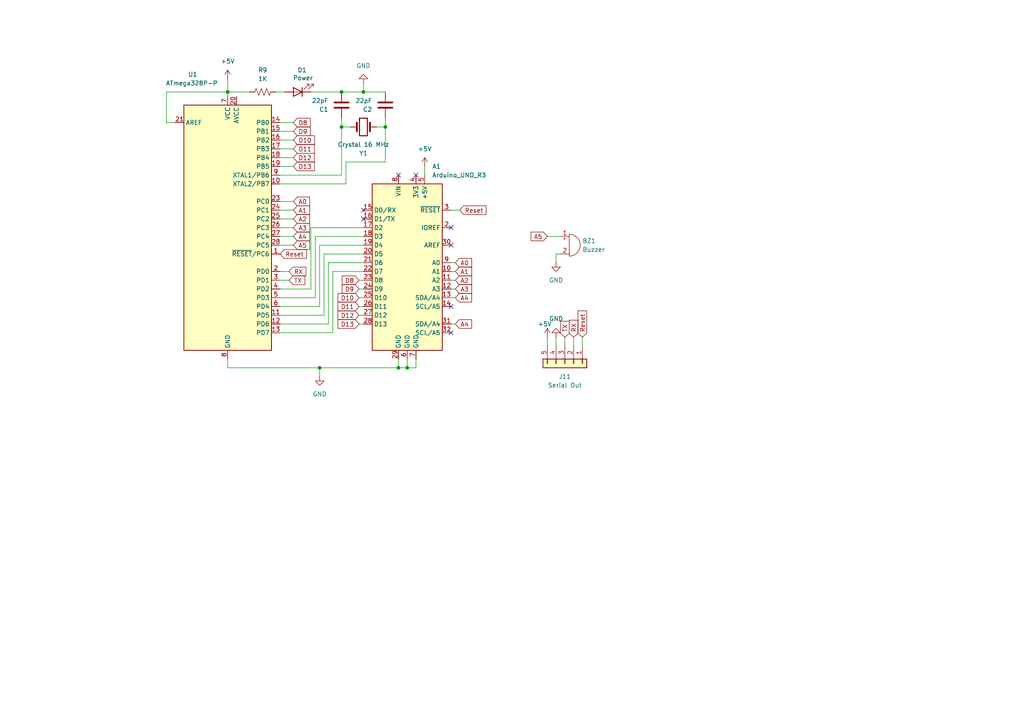
<source format=kicad_sch>
(kicad_sch
	(version 20250114)
	(generator "eeschema")
	(generator_version "9.0")
	(uuid "b461d18f-7ff4-4c35-8b1b-eb96a8358c12")
	(paper "A4")
	(lib_symbols
		(symbol "Connector_Generic:Conn_01x05"
			(pin_names
				(offset 1.016)
				(hide yes)
			)
			(exclude_from_sim no)
			(in_bom yes)
			(on_board yes)
			(property "Reference" "J"
				(at 0 7.62 0)
				(effects
					(font
						(size 1.27 1.27)
					)
				)
			)
			(property "Value" "Conn_01x05"
				(at 0 -7.62 0)
				(effects
					(font
						(size 1.27 1.27)
					)
				)
			)
			(property "Footprint" ""
				(at 0 0 0)
				(effects
					(font
						(size 1.27 1.27)
					)
					(hide yes)
				)
			)
			(property "Datasheet" "~"
				(at 0 0 0)
				(effects
					(font
						(size 1.27 1.27)
					)
					(hide yes)
				)
			)
			(property "Description" "Generic connector, single row, 01x05, script generated (kicad-library-utils/schlib/autogen/connector/)"
				(at 0 0 0)
				(effects
					(font
						(size 1.27 1.27)
					)
					(hide yes)
				)
			)
			(property "ki_keywords" "connector"
				(at 0 0 0)
				(effects
					(font
						(size 1.27 1.27)
					)
					(hide yes)
				)
			)
			(property "ki_fp_filters" "Connector*:*_1x??_*"
				(at 0 0 0)
				(effects
					(font
						(size 1.27 1.27)
					)
					(hide yes)
				)
			)
			(symbol "Conn_01x05_1_1"
				(rectangle
					(start -1.27 6.35)
					(end 1.27 -6.35)
					(stroke
						(width 0.254)
						(type default)
					)
					(fill
						(type background)
					)
				)
				(rectangle
					(start -1.27 5.207)
					(end 0 4.953)
					(stroke
						(width 0.1524)
						(type default)
					)
					(fill
						(type none)
					)
				)
				(rectangle
					(start -1.27 2.667)
					(end 0 2.413)
					(stroke
						(width 0.1524)
						(type default)
					)
					(fill
						(type none)
					)
				)
				(rectangle
					(start -1.27 0.127)
					(end 0 -0.127)
					(stroke
						(width 0.1524)
						(type default)
					)
					(fill
						(type none)
					)
				)
				(rectangle
					(start -1.27 -2.413)
					(end 0 -2.667)
					(stroke
						(width 0.1524)
						(type default)
					)
					(fill
						(type none)
					)
				)
				(rectangle
					(start -1.27 -4.953)
					(end 0 -5.207)
					(stroke
						(width 0.1524)
						(type default)
					)
					(fill
						(type none)
					)
				)
				(pin passive line
					(at -5.08 5.08 0)
					(length 3.81)
					(name "Pin_1"
						(effects
							(font
								(size 1.27 1.27)
							)
						)
					)
					(number "1"
						(effects
							(font
								(size 1.27 1.27)
							)
						)
					)
				)
				(pin passive line
					(at -5.08 2.54 0)
					(length 3.81)
					(name "Pin_2"
						(effects
							(font
								(size 1.27 1.27)
							)
						)
					)
					(number "2"
						(effects
							(font
								(size 1.27 1.27)
							)
						)
					)
				)
				(pin passive line
					(at -5.08 0 0)
					(length 3.81)
					(name "Pin_3"
						(effects
							(font
								(size 1.27 1.27)
							)
						)
					)
					(number "3"
						(effects
							(font
								(size 1.27 1.27)
							)
						)
					)
				)
				(pin passive line
					(at -5.08 -2.54 0)
					(length 3.81)
					(name "Pin_4"
						(effects
							(font
								(size 1.27 1.27)
							)
						)
					)
					(number "4"
						(effects
							(font
								(size 1.27 1.27)
							)
						)
					)
				)
				(pin passive line
					(at -5.08 -5.08 0)
					(length 3.81)
					(name "Pin_5"
						(effects
							(font
								(size 1.27 1.27)
							)
						)
					)
					(number "5"
						(effects
							(font
								(size 1.27 1.27)
							)
						)
					)
				)
			)
			(embedded_fonts no)
		)
		(symbol "Device:Buzzer"
			(pin_names
				(offset 0.0254)
				(hide yes)
			)
			(exclude_from_sim no)
			(in_bom yes)
			(on_board yes)
			(property "Reference" "BZ"
				(at 3.81 1.27 0)
				(effects
					(font
						(size 1.27 1.27)
					)
					(justify left)
				)
			)
			(property "Value" "Buzzer"
				(at 3.81 -1.27 0)
				(effects
					(font
						(size 1.27 1.27)
					)
					(justify left)
				)
			)
			(property "Footprint" ""
				(at -0.635 2.54 90)
				(effects
					(font
						(size 1.27 1.27)
					)
					(hide yes)
				)
			)
			(property "Datasheet" "~"
				(at -0.635 2.54 90)
				(effects
					(font
						(size 1.27 1.27)
					)
					(hide yes)
				)
			)
			(property "Description" "Buzzer, polarized"
				(at 0 0 0)
				(effects
					(font
						(size 1.27 1.27)
					)
					(hide yes)
				)
			)
			(property "ki_keywords" "quartz resonator ceramic"
				(at 0 0 0)
				(effects
					(font
						(size 1.27 1.27)
					)
					(hide yes)
				)
			)
			(property "ki_fp_filters" "*Buzzer*"
				(at 0 0 0)
				(effects
					(font
						(size 1.27 1.27)
					)
					(hide yes)
				)
			)
			(symbol "Buzzer_0_1"
				(polyline
					(pts
						(xy -1.651 1.905) (xy -1.143 1.905)
					)
					(stroke
						(width 0)
						(type default)
					)
					(fill
						(type none)
					)
				)
				(polyline
					(pts
						(xy -1.397 2.159) (xy -1.397 1.651)
					)
					(stroke
						(width 0)
						(type default)
					)
					(fill
						(type none)
					)
				)
				(arc
					(start 0 3.175)
					(mid 3.1612 0)
					(end 0 -3.175)
					(stroke
						(width 0)
						(type default)
					)
					(fill
						(type none)
					)
				)
				(polyline
					(pts
						(xy 0 3.175) (xy 0 -3.175)
					)
					(stroke
						(width 0)
						(type default)
					)
					(fill
						(type none)
					)
				)
			)
			(symbol "Buzzer_1_1"
				(pin passive line
					(at -2.54 2.54 0)
					(length 2.54)
					(name "+"
						(effects
							(font
								(size 1.27 1.27)
							)
						)
					)
					(number "1"
						(effects
							(font
								(size 1.27 1.27)
							)
						)
					)
				)
				(pin passive line
					(at -2.54 -2.54 0)
					(length 2.54)
					(name "-"
						(effects
							(font
								(size 1.27 1.27)
							)
						)
					)
					(number "2"
						(effects
							(font
								(size 1.27 1.27)
							)
						)
					)
				)
			)
			(embedded_fonts no)
		)
		(symbol "Device:C"
			(pin_numbers
				(hide yes)
			)
			(pin_names
				(offset 0.254)
			)
			(exclude_from_sim no)
			(in_bom yes)
			(on_board yes)
			(property "Reference" "C"
				(at 0.635 2.54 0)
				(effects
					(font
						(size 1.27 1.27)
					)
					(justify left)
				)
			)
			(property "Value" "C"
				(at 0.635 -2.54 0)
				(effects
					(font
						(size 1.27 1.27)
					)
					(justify left)
				)
			)
			(property "Footprint" ""
				(at 0.9652 -3.81 0)
				(effects
					(font
						(size 1.27 1.27)
					)
					(hide yes)
				)
			)
			(property "Datasheet" "~"
				(at 0 0 0)
				(effects
					(font
						(size 1.27 1.27)
					)
					(hide yes)
				)
			)
			(property "Description" "Unpolarized capacitor"
				(at 0 0 0)
				(effects
					(font
						(size 1.27 1.27)
					)
					(hide yes)
				)
			)
			(property "ki_keywords" "cap capacitor"
				(at 0 0 0)
				(effects
					(font
						(size 1.27 1.27)
					)
					(hide yes)
				)
			)
			(property "ki_fp_filters" "C_*"
				(at 0 0 0)
				(effects
					(font
						(size 1.27 1.27)
					)
					(hide yes)
				)
			)
			(symbol "C_0_1"
				(polyline
					(pts
						(xy -2.032 0.762) (xy 2.032 0.762)
					)
					(stroke
						(width 0.508)
						(type default)
					)
					(fill
						(type none)
					)
				)
				(polyline
					(pts
						(xy -2.032 -0.762) (xy 2.032 -0.762)
					)
					(stroke
						(width 0.508)
						(type default)
					)
					(fill
						(type none)
					)
				)
			)
			(symbol "C_1_1"
				(pin passive line
					(at 0 3.81 270)
					(length 2.794)
					(name "~"
						(effects
							(font
								(size 1.27 1.27)
							)
						)
					)
					(number "1"
						(effects
							(font
								(size 1.27 1.27)
							)
						)
					)
				)
				(pin passive line
					(at 0 -3.81 90)
					(length 2.794)
					(name "~"
						(effects
							(font
								(size 1.27 1.27)
							)
						)
					)
					(number "2"
						(effects
							(font
								(size 1.27 1.27)
							)
						)
					)
				)
			)
			(embedded_fonts no)
		)
		(symbol "Device:Crystal"
			(pin_numbers
				(hide yes)
			)
			(pin_names
				(offset 1.016)
				(hide yes)
			)
			(exclude_from_sim no)
			(in_bom yes)
			(on_board yes)
			(property "Reference" "Y"
				(at 0 3.81 0)
				(effects
					(font
						(size 1.27 1.27)
					)
				)
			)
			(property "Value" "Crystal"
				(at 0 -3.81 0)
				(effects
					(font
						(size 1.27 1.27)
					)
				)
			)
			(property "Footprint" ""
				(at 0 0 0)
				(effects
					(font
						(size 1.27 1.27)
					)
					(hide yes)
				)
			)
			(property "Datasheet" "~"
				(at 0 0 0)
				(effects
					(font
						(size 1.27 1.27)
					)
					(hide yes)
				)
			)
			(property "Description" "Two pin crystal"
				(at 0 0 0)
				(effects
					(font
						(size 1.27 1.27)
					)
					(hide yes)
				)
			)
			(property "ki_keywords" "quartz ceramic resonator oscillator"
				(at 0 0 0)
				(effects
					(font
						(size 1.27 1.27)
					)
					(hide yes)
				)
			)
			(property "ki_fp_filters" "Crystal*"
				(at 0 0 0)
				(effects
					(font
						(size 1.27 1.27)
					)
					(hide yes)
				)
			)
			(symbol "Crystal_0_1"
				(polyline
					(pts
						(xy -2.54 0) (xy -1.905 0)
					)
					(stroke
						(width 0)
						(type default)
					)
					(fill
						(type none)
					)
				)
				(polyline
					(pts
						(xy -1.905 -1.27) (xy -1.905 1.27)
					)
					(stroke
						(width 0.508)
						(type default)
					)
					(fill
						(type none)
					)
				)
				(rectangle
					(start -1.143 2.54)
					(end 1.143 -2.54)
					(stroke
						(width 0.3048)
						(type default)
					)
					(fill
						(type none)
					)
				)
				(polyline
					(pts
						(xy 1.905 -1.27) (xy 1.905 1.27)
					)
					(stroke
						(width 0.508)
						(type default)
					)
					(fill
						(type none)
					)
				)
				(polyline
					(pts
						(xy 2.54 0) (xy 1.905 0)
					)
					(stroke
						(width 0)
						(type default)
					)
					(fill
						(type none)
					)
				)
			)
			(symbol "Crystal_1_1"
				(pin passive line
					(at -3.81 0 0)
					(length 1.27)
					(name "1"
						(effects
							(font
								(size 1.27 1.27)
							)
						)
					)
					(number "1"
						(effects
							(font
								(size 1.27 1.27)
							)
						)
					)
				)
				(pin passive line
					(at 3.81 0 180)
					(length 1.27)
					(name "2"
						(effects
							(font
								(size 1.27 1.27)
							)
						)
					)
					(number "2"
						(effects
							(font
								(size 1.27 1.27)
							)
						)
					)
				)
			)
			(embedded_fonts no)
		)
		(symbol "Device:LED"
			(pin_numbers
				(hide yes)
			)
			(pin_names
				(offset 1.016)
				(hide yes)
			)
			(exclude_from_sim no)
			(in_bom yes)
			(on_board yes)
			(property "Reference" "D"
				(at 0 2.54 0)
				(effects
					(font
						(size 1.27 1.27)
					)
				)
			)
			(property "Value" "LED"
				(at 0 -2.54 0)
				(effects
					(font
						(size 1.27 1.27)
					)
				)
			)
			(property "Footprint" ""
				(at 0 0 0)
				(effects
					(font
						(size 1.27 1.27)
					)
					(hide yes)
				)
			)
			(property "Datasheet" "~"
				(at 0 0 0)
				(effects
					(font
						(size 1.27 1.27)
					)
					(hide yes)
				)
			)
			(property "Description" "Light emitting diode"
				(at 0 0 0)
				(effects
					(font
						(size 1.27 1.27)
					)
					(hide yes)
				)
			)
			(property "Sim.Pins" "1=K 2=A"
				(at 0 0 0)
				(effects
					(font
						(size 1.27 1.27)
					)
					(hide yes)
				)
			)
			(property "ki_keywords" "LED diode"
				(at 0 0 0)
				(effects
					(font
						(size 1.27 1.27)
					)
					(hide yes)
				)
			)
			(property "ki_fp_filters" "LED* LED_SMD:* LED_THT:*"
				(at 0 0 0)
				(effects
					(font
						(size 1.27 1.27)
					)
					(hide yes)
				)
			)
			(symbol "LED_0_1"
				(polyline
					(pts
						(xy -3.048 -0.762) (xy -4.572 -2.286) (xy -3.81 -2.286) (xy -4.572 -2.286) (xy -4.572 -1.524)
					)
					(stroke
						(width 0)
						(type default)
					)
					(fill
						(type none)
					)
				)
				(polyline
					(pts
						(xy -1.778 -0.762) (xy -3.302 -2.286) (xy -2.54 -2.286) (xy -3.302 -2.286) (xy -3.302 -1.524)
					)
					(stroke
						(width 0)
						(type default)
					)
					(fill
						(type none)
					)
				)
				(polyline
					(pts
						(xy -1.27 0) (xy 1.27 0)
					)
					(stroke
						(width 0)
						(type default)
					)
					(fill
						(type none)
					)
				)
				(polyline
					(pts
						(xy -1.27 -1.27) (xy -1.27 1.27)
					)
					(stroke
						(width 0.254)
						(type default)
					)
					(fill
						(type none)
					)
				)
				(polyline
					(pts
						(xy 1.27 -1.27) (xy 1.27 1.27) (xy -1.27 0) (xy 1.27 -1.27)
					)
					(stroke
						(width 0.254)
						(type default)
					)
					(fill
						(type none)
					)
				)
			)
			(symbol "LED_1_1"
				(pin passive line
					(at -3.81 0 0)
					(length 2.54)
					(name "K"
						(effects
							(font
								(size 1.27 1.27)
							)
						)
					)
					(number "1"
						(effects
							(font
								(size 1.27 1.27)
							)
						)
					)
				)
				(pin passive line
					(at 3.81 0 180)
					(length 2.54)
					(name "A"
						(effects
							(font
								(size 1.27 1.27)
							)
						)
					)
					(number "2"
						(effects
							(font
								(size 1.27 1.27)
							)
						)
					)
				)
			)
			(embedded_fonts no)
		)
		(symbol "Device:R_US"
			(pin_numbers
				(hide yes)
			)
			(pin_names
				(offset 0)
			)
			(exclude_from_sim no)
			(in_bom yes)
			(on_board yes)
			(property "Reference" "R"
				(at 2.54 0 90)
				(effects
					(font
						(size 1.27 1.27)
					)
				)
			)
			(property "Value" "R_US"
				(at -2.54 0 90)
				(effects
					(font
						(size 1.27 1.27)
					)
				)
			)
			(property "Footprint" ""
				(at 1.016 -0.254 90)
				(effects
					(font
						(size 1.27 1.27)
					)
					(hide yes)
				)
			)
			(property "Datasheet" "~"
				(at 0 0 0)
				(effects
					(font
						(size 1.27 1.27)
					)
					(hide yes)
				)
			)
			(property "Description" "Resistor, US symbol"
				(at 0 0 0)
				(effects
					(font
						(size 1.27 1.27)
					)
					(hide yes)
				)
			)
			(property "ki_keywords" "R res resistor"
				(at 0 0 0)
				(effects
					(font
						(size 1.27 1.27)
					)
					(hide yes)
				)
			)
			(property "ki_fp_filters" "R_*"
				(at 0 0 0)
				(effects
					(font
						(size 1.27 1.27)
					)
					(hide yes)
				)
			)
			(symbol "R_US_0_1"
				(polyline
					(pts
						(xy 0 2.286) (xy 0 2.54)
					)
					(stroke
						(width 0)
						(type default)
					)
					(fill
						(type none)
					)
				)
				(polyline
					(pts
						(xy 0 2.286) (xy 1.016 1.905) (xy 0 1.524) (xy -1.016 1.143) (xy 0 0.762)
					)
					(stroke
						(width 0)
						(type default)
					)
					(fill
						(type none)
					)
				)
				(polyline
					(pts
						(xy 0 0.762) (xy 1.016 0.381) (xy 0 0) (xy -1.016 -0.381) (xy 0 -0.762)
					)
					(stroke
						(width 0)
						(type default)
					)
					(fill
						(type none)
					)
				)
				(polyline
					(pts
						(xy 0 -0.762) (xy 1.016 -1.143) (xy 0 -1.524) (xy -1.016 -1.905) (xy 0 -2.286)
					)
					(stroke
						(width 0)
						(type default)
					)
					(fill
						(type none)
					)
				)
				(polyline
					(pts
						(xy 0 -2.286) (xy 0 -2.54)
					)
					(stroke
						(width 0)
						(type default)
					)
					(fill
						(type none)
					)
				)
			)
			(symbol "R_US_1_1"
				(pin passive line
					(at 0 3.81 270)
					(length 1.27)
					(name "~"
						(effects
							(font
								(size 1.27 1.27)
							)
						)
					)
					(number "1"
						(effects
							(font
								(size 1.27 1.27)
							)
						)
					)
				)
				(pin passive line
					(at 0 -3.81 90)
					(length 1.27)
					(name "~"
						(effects
							(font
								(size 1.27 1.27)
							)
						)
					)
					(number "2"
						(effects
							(font
								(size 1.27 1.27)
							)
						)
					)
				)
			)
			(embedded_fonts no)
		)
		(symbol "MCU_Microchip_ATmega:ATmega328P-P"
			(exclude_from_sim no)
			(in_bom yes)
			(on_board yes)
			(property "Reference" "U"
				(at -12.7 36.83 0)
				(effects
					(font
						(size 1.27 1.27)
					)
					(justify left bottom)
				)
			)
			(property "Value" "ATmega328P-P"
				(at 2.54 -36.83 0)
				(effects
					(font
						(size 1.27 1.27)
					)
					(justify left top)
				)
			)
			(property "Footprint" "Package_DIP:DIP-28_W7.62mm"
				(at 0 0 0)
				(effects
					(font
						(size 1.27 1.27)
						(italic yes)
					)
					(hide yes)
				)
			)
			(property "Datasheet" "http://ww1.microchip.com/downloads/en/DeviceDoc/ATmega328_P%20AVR%20MCU%20with%20picoPower%20Technology%20Data%20Sheet%2040001984A.pdf"
				(at 0 0 0)
				(effects
					(font
						(size 1.27 1.27)
					)
					(hide yes)
				)
			)
			(property "Description" "20MHz, 32kB Flash, 2kB SRAM, 1kB EEPROM, DIP-28"
				(at 0 0 0)
				(effects
					(font
						(size 1.27 1.27)
					)
					(hide yes)
				)
			)
			(property "ki_keywords" "AVR 8bit Microcontroller MegaAVR PicoPower"
				(at 0 0 0)
				(effects
					(font
						(size 1.27 1.27)
					)
					(hide yes)
				)
			)
			(property "ki_fp_filters" "DIP*W7.62mm*"
				(at 0 0 0)
				(effects
					(font
						(size 1.27 1.27)
					)
					(hide yes)
				)
			)
			(symbol "ATmega328P-P_0_1"
				(rectangle
					(start -12.7 -35.56)
					(end 12.7 35.56)
					(stroke
						(width 0.254)
						(type default)
					)
					(fill
						(type background)
					)
				)
			)
			(symbol "ATmega328P-P_1_1"
				(pin passive line
					(at -15.24 30.48 0)
					(length 2.54)
					(name "AREF"
						(effects
							(font
								(size 1.27 1.27)
							)
						)
					)
					(number "21"
						(effects
							(font
								(size 1.27 1.27)
							)
						)
					)
				)
				(pin power_in line
					(at 0 38.1 270)
					(length 2.54)
					(name "VCC"
						(effects
							(font
								(size 1.27 1.27)
							)
						)
					)
					(number "7"
						(effects
							(font
								(size 1.27 1.27)
							)
						)
					)
				)
				(pin passive line
					(at 0 -38.1 90)
					(length 2.54)
					(hide yes)
					(name "GND"
						(effects
							(font
								(size 1.27 1.27)
							)
						)
					)
					(number "22"
						(effects
							(font
								(size 1.27 1.27)
							)
						)
					)
				)
				(pin power_in line
					(at 0 -38.1 90)
					(length 2.54)
					(name "GND"
						(effects
							(font
								(size 1.27 1.27)
							)
						)
					)
					(number "8"
						(effects
							(font
								(size 1.27 1.27)
							)
						)
					)
				)
				(pin power_in line
					(at 2.54 38.1 270)
					(length 2.54)
					(name "AVCC"
						(effects
							(font
								(size 1.27 1.27)
							)
						)
					)
					(number "20"
						(effects
							(font
								(size 1.27 1.27)
							)
						)
					)
				)
				(pin bidirectional line
					(at 15.24 30.48 180)
					(length 2.54)
					(name "PB0"
						(effects
							(font
								(size 1.27 1.27)
							)
						)
					)
					(number "14"
						(effects
							(font
								(size 1.27 1.27)
							)
						)
					)
				)
				(pin bidirectional line
					(at 15.24 27.94 180)
					(length 2.54)
					(name "PB1"
						(effects
							(font
								(size 1.27 1.27)
							)
						)
					)
					(number "15"
						(effects
							(font
								(size 1.27 1.27)
							)
						)
					)
				)
				(pin bidirectional line
					(at 15.24 25.4 180)
					(length 2.54)
					(name "PB2"
						(effects
							(font
								(size 1.27 1.27)
							)
						)
					)
					(number "16"
						(effects
							(font
								(size 1.27 1.27)
							)
						)
					)
				)
				(pin bidirectional line
					(at 15.24 22.86 180)
					(length 2.54)
					(name "PB3"
						(effects
							(font
								(size 1.27 1.27)
							)
						)
					)
					(number "17"
						(effects
							(font
								(size 1.27 1.27)
							)
						)
					)
				)
				(pin bidirectional line
					(at 15.24 20.32 180)
					(length 2.54)
					(name "PB4"
						(effects
							(font
								(size 1.27 1.27)
							)
						)
					)
					(number "18"
						(effects
							(font
								(size 1.27 1.27)
							)
						)
					)
				)
				(pin bidirectional line
					(at 15.24 17.78 180)
					(length 2.54)
					(name "PB5"
						(effects
							(font
								(size 1.27 1.27)
							)
						)
					)
					(number "19"
						(effects
							(font
								(size 1.27 1.27)
							)
						)
					)
				)
				(pin bidirectional line
					(at 15.24 15.24 180)
					(length 2.54)
					(name "XTAL1/PB6"
						(effects
							(font
								(size 1.27 1.27)
							)
						)
					)
					(number "9"
						(effects
							(font
								(size 1.27 1.27)
							)
						)
					)
				)
				(pin bidirectional line
					(at 15.24 12.7 180)
					(length 2.54)
					(name "XTAL2/PB7"
						(effects
							(font
								(size 1.27 1.27)
							)
						)
					)
					(number "10"
						(effects
							(font
								(size 1.27 1.27)
							)
						)
					)
				)
				(pin bidirectional line
					(at 15.24 7.62 180)
					(length 2.54)
					(name "PC0"
						(effects
							(font
								(size 1.27 1.27)
							)
						)
					)
					(number "23"
						(effects
							(font
								(size 1.27 1.27)
							)
						)
					)
				)
				(pin bidirectional line
					(at 15.24 5.08 180)
					(length 2.54)
					(name "PC1"
						(effects
							(font
								(size 1.27 1.27)
							)
						)
					)
					(number "24"
						(effects
							(font
								(size 1.27 1.27)
							)
						)
					)
				)
				(pin bidirectional line
					(at 15.24 2.54 180)
					(length 2.54)
					(name "PC2"
						(effects
							(font
								(size 1.27 1.27)
							)
						)
					)
					(number "25"
						(effects
							(font
								(size 1.27 1.27)
							)
						)
					)
				)
				(pin bidirectional line
					(at 15.24 0 180)
					(length 2.54)
					(name "PC3"
						(effects
							(font
								(size 1.27 1.27)
							)
						)
					)
					(number "26"
						(effects
							(font
								(size 1.27 1.27)
							)
						)
					)
				)
				(pin bidirectional line
					(at 15.24 -2.54 180)
					(length 2.54)
					(name "PC4"
						(effects
							(font
								(size 1.27 1.27)
							)
						)
					)
					(number "27"
						(effects
							(font
								(size 1.27 1.27)
							)
						)
					)
				)
				(pin bidirectional line
					(at 15.24 -5.08 180)
					(length 2.54)
					(name "PC5"
						(effects
							(font
								(size 1.27 1.27)
							)
						)
					)
					(number "28"
						(effects
							(font
								(size 1.27 1.27)
							)
						)
					)
				)
				(pin bidirectional line
					(at 15.24 -7.62 180)
					(length 2.54)
					(name "~{RESET}/PC6"
						(effects
							(font
								(size 1.27 1.27)
							)
						)
					)
					(number "1"
						(effects
							(font
								(size 1.27 1.27)
							)
						)
					)
				)
				(pin bidirectional line
					(at 15.24 -12.7 180)
					(length 2.54)
					(name "PD0"
						(effects
							(font
								(size 1.27 1.27)
							)
						)
					)
					(number "2"
						(effects
							(font
								(size 1.27 1.27)
							)
						)
					)
				)
				(pin bidirectional line
					(at 15.24 -15.24 180)
					(length 2.54)
					(name "PD1"
						(effects
							(font
								(size 1.27 1.27)
							)
						)
					)
					(number "3"
						(effects
							(font
								(size 1.27 1.27)
							)
						)
					)
				)
				(pin bidirectional line
					(at 15.24 -17.78 180)
					(length 2.54)
					(name "PD2"
						(effects
							(font
								(size 1.27 1.27)
							)
						)
					)
					(number "4"
						(effects
							(font
								(size 1.27 1.27)
							)
						)
					)
				)
				(pin bidirectional line
					(at 15.24 -20.32 180)
					(length 2.54)
					(name "PD3"
						(effects
							(font
								(size 1.27 1.27)
							)
						)
					)
					(number "5"
						(effects
							(font
								(size 1.27 1.27)
							)
						)
					)
				)
				(pin bidirectional line
					(at 15.24 -22.86 180)
					(length 2.54)
					(name "PD4"
						(effects
							(font
								(size 1.27 1.27)
							)
						)
					)
					(number "6"
						(effects
							(font
								(size 1.27 1.27)
							)
						)
					)
				)
				(pin bidirectional line
					(at 15.24 -25.4 180)
					(length 2.54)
					(name "PD5"
						(effects
							(font
								(size 1.27 1.27)
							)
						)
					)
					(number "11"
						(effects
							(font
								(size 1.27 1.27)
							)
						)
					)
				)
				(pin bidirectional line
					(at 15.24 -27.94 180)
					(length 2.54)
					(name "PD6"
						(effects
							(font
								(size 1.27 1.27)
							)
						)
					)
					(number "12"
						(effects
							(font
								(size 1.27 1.27)
							)
						)
					)
				)
				(pin bidirectional line
					(at 15.24 -30.48 180)
					(length 2.54)
					(name "PD7"
						(effects
							(font
								(size 1.27 1.27)
							)
						)
					)
					(number "13"
						(effects
							(font
								(size 1.27 1.27)
							)
						)
					)
				)
			)
			(embedded_fonts no)
		)
		(symbol "MCU_Module:Arduino_UNO_R3"
			(exclude_from_sim no)
			(in_bom yes)
			(on_board yes)
			(property "Reference" "A"
				(at -10.16 23.495 0)
				(effects
					(font
						(size 1.27 1.27)
					)
					(justify left bottom)
				)
			)
			(property "Value" "Arduino_UNO_R3"
				(at 5.08 -26.67 0)
				(effects
					(font
						(size 1.27 1.27)
					)
					(justify left top)
				)
			)
			(property "Footprint" "Module:Arduino_UNO_R3"
				(at 0 0 0)
				(effects
					(font
						(size 1.27 1.27)
						(italic yes)
					)
					(hide yes)
				)
			)
			(property "Datasheet" "https://www.arduino.cc/en/Main/arduinoBoardUno"
				(at 0 0 0)
				(effects
					(font
						(size 1.27 1.27)
					)
					(hide yes)
				)
			)
			(property "Description" "Arduino UNO Microcontroller Module, release 3"
				(at 0 0 0)
				(effects
					(font
						(size 1.27 1.27)
					)
					(hide yes)
				)
			)
			(property "ki_keywords" "Arduino UNO R3 Microcontroller Module Atmel AVR USB"
				(at 0 0 0)
				(effects
					(font
						(size 1.27 1.27)
					)
					(hide yes)
				)
			)
			(property "ki_fp_filters" "Arduino*UNO*R3*"
				(at 0 0 0)
				(effects
					(font
						(size 1.27 1.27)
					)
					(hide yes)
				)
			)
			(symbol "Arduino_UNO_R3_0_1"
				(rectangle
					(start -10.16 22.86)
					(end 10.16 -25.4)
					(stroke
						(width 0.254)
						(type default)
					)
					(fill
						(type background)
					)
				)
			)
			(symbol "Arduino_UNO_R3_1_1"
				(pin bidirectional line
					(at -12.7 15.24 0)
					(length 2.54)
					(name "D0/RX"
						(effects
							(font
								(size 1.27 1.27)
							)
						)
					)
					(number "15"
						(effects
							(font
								(size 1.27 1.27)
							)
						)
					)
				)
				(pin bidirectional line
					(at -12.7 12.7 0)
					(length 2.54)
					(name "D1/TX"
						(effects
							(font
								(size 1.27 1.27)
							)
						)
					)
					(number "16"
						(effects
							(font
								(size 1.27 1.27)
							)
						)
					)
				)
				(pin bidirectional line
					(at -12.7 10.16 0)
					(length 2.54)
					(name "D2"
						(effects
							(font
								(size 1.27 1.27)
							)
						)
					)
					(number "17"
						(effects
							(font
								(size 1.27 1.27)
							)
						)
					)
				)
				(pin bidirectional line
					(at -12.7 7.62 0)
					(length 2.54)
					(name "D3"
						(effects
							(font
								(size 1.27 1.27)
							)
						)
					)
					(number "18"
						(effects
							(font
								(size 1.27 1.27)
							)
						)
					)
				)
				(pin bidirectional line
					(at -12.7 5.08 0)
					(length 2.54)
					(name "D4"
						(effects
							(font
								(size 1.27 1.27)
							)
						)
					)
					(number "19"
						(effects
							(font
								(size 1.27 1.27)
							)
						)
					)
				)
				(pin bidirectional line
					(at -12.7 2.54 0)
					(length 2.54)
					(name "D5"
						(effects
							(font
								(size 1.27 1.27)
							)
						)
					)
					(number "20"
						(effects
							(font
								(size 1.27 1.27)
							)
						)
					)
				)
				(pin bidirectional line
					(at -12.7 0 0)
					(length 2.54)
					(name "D6"
						(effects
							(font
								(size 1.27 1.27)
							)
						)
					)
					(number "21"
						(effects
							(font
								(size 1.27 1.27)
							)
						)
					)
				)
				(pin bidirectional line
					(at -12.7 -2.54 0)
					(length 2.54)
					(name "D7"
						(effects
							(font
								(size 1.27 1.27)
							)
						)
					)
					(number "22"
						(effects
							(font
								(size 1.27 1.27)
							)
						)
					)
				)
				(pin bidirectional line
					(at -12.7 -5.08 0)
					(length 2.54)
					(name "D8"
						(effects
							(font
								(size 1.27 1.27)
							)
						)
					)
					(number "23"
						(effects
							(font
								(size 1.27 1.27)
							)
						)
					)
				)
				(pin bidirectional line
					(at -12.7 -7.62 0)
					(length 2.54)
					(name "D9"
						(effects
							(font
								(size 1.27 1.27)
							)
						)
					)
					(number "24"
						(effects
							(font
								(size 1.27 1.27)
							)
						)
					)
				)
				(pin bidirectional line
					(at -12.7 -10.16 0)
					(length 2.54)
					(name "D10"
						(effects
							(font
								(size 1.27 1.27)
							)
						)
					)
					(number "25"
						(effects
							(font
								(size 1.27 1.27)
							)
						)
					)
				)
				(pin bidirectional line
					(at -12.7 -12.7 0)
					(length 2.54)
					(name "D11"
						(effects
							(font
								(size 1.27 1.27)
							)
						)
					)
					(number "26"
						(effects
							(font
								(size 1.27 1.27)
							)
						)
					)
				)
				(pin bidirectional line
					(at -12.7 -15.24 0)
					(length 2.54)
					(name "D12"
						(effects
							(font
								(size 1.27 1.27)
							)
						)
					)
					(number "27"
						(effects
							(font
								(size 1.27 1.27)
							)
						)
					)
				)
				(pin bidirectional line
					(at -12.7 -17.78 0)
					(length 2.54)
					(name "D13"
						(effects
							(font
								(size 1.27 1.27)
							)
						)
					)
					(number "28"
						(effects
							(font
								(size 1.27 1.27)
							)
						)
					)
				)
				(pin no_connect line
					(at -10.16 -20.32 0)
					(length 2.54)
					(hide yes)
					(name "NC"
						(effects
							(font
								(size 1.27 1.27)
							)
						)
					)
					(number "1"
						(effects
							(font
								(size 1.27 1.27)
							)
						)
					)
				)
				(pin power_in line
					(at -2.54 25.4 270)
					(length 2.54)
					(name "VIN"
						(effects
							(font
								(size 1.27 1.27)
							)
						)
					)
					(number "8"
						(effects
							(font
								(size 1.27 1.27)
							)
						)
					)
				)
				(pin power_in line
					(at -2.54 -27.94 90)
					(length 2.54)
					(name "GND"
						(effects
							(font
								(size 1.27 1.27)
							)
						)
					)
					(number "29"
						(effects
							(font
								(size 1.27 1.27)
							)
						)
					)
				)
				(pin power_in line
					(at 0 -27.94 90)
					(length 2.54)
					(name "GND"
						(effects
							(font
								(size 1.27 1.27)
							)
						)
					)
					(number "6"
						(effects
							(font
								(size 1.27 1.27)
							)
						)
					)
				)
				(pin power_out line
					(at 2.54 25.4 270)
					(length 2.54)
					(name "3V3"
						(effects
							(font
								(size 1.27 1.27)
							)
						)
					)
					(number "4"
						(effects
							(font
								(size 1.27 1.27)
							)
						)
					)
				)
				(pin power_in line
					(at 2.54 -27.94 90)
					(length 2.54)
					(name "GND"
						(effects
							(font
								(size 1.27 1.27)
							)
						)
					)
					(number "7"
						(effects
							(font
								(size 1.27 1.27)
							)
						)
					)
				)
				(pin power_out line
					(at 5.08 25.4 270)
					(length 2.54)
					(name "+5V"
						(effects
							(font
								(size 1.27 1.27)
							)
						)
					)
					(number "5"
						(effects
							(font
								(size 1.27 1.27)
							)
						)
					)
				)
				(pin input line
					(at 12.7 15.24 180)
					(length 2.54)
					(name "~{RESET}"
						(effects
							(font
								(size 1.27 1.27)
							)
						)
					)
					(number "3"
						(effects
							(font
								(size 1.27 1.27)
							)
						)
					)
				)
				(pin output line
					(at 12.7 10.16 180)
					(length 2.54)
					(name "IOREF"
						(effects
							(font
								(size 1.27 1.27)
							)
						)
					)
					(number "2"
						(effects
							(font
								(size 1.27 1.27)
							)
						)
					)
				)
				(pin input line
					(at 12.7 5.08 180)
					(length 2.54)
					(name "AREF"
						(effects
							(font
								(size 1.27 1.27)
							)
						)
					)
					(number "30"
						(effects
							(font
								(size 1.27 1.27)
							)
						)
					)
				)
				(pin bidirectional line
					(at 12.7 0 180)
					(length 2.54)
					(name "A0"
						(effects
							(font
								(size 1.27 1.27)
							)
						)
					)
					(number "9"
						(effects
							(font
								(size 1.27 1.27)
							)
						)
					)
				)
				(pin bidirectional line
					(at 12.7 -2.54 180)
					(length 2.54)
					(name "A1"
						(effects
							(font
								(size 1.27 1.27)
							)
						)
					)
					(number "10"
						(effects
							(font
								(size 1.27 1.27)
							)
						)
					)
				)
				(pin bidirectional line
					(at 12.7 -5.08 180)
					(length 2.54)
					(name "A2"
						(effects
							(font
								(size 1.27 1.27)
							)
						)
					)
					(number "11"
						(effects
							(font
								(size 1.27 1.27)
							)
						)
					)
				)
				(pin bidirectional line
					(at 12.7 -7.62 180)
					(length 2.54)
					(name "A3"
						(effects
							(font
								(size 1.27 1.27)
							)
						)
					)
					(number "12"
						(effects
							(font
								(size 1.27 1.27)
							)
						)
					)
				)
				(pin bidirectional line
					(at 12.7 -10.16 180)
					(length 2.54)
					(name "SDA/A4"
						(effects
							(font
								(size 1.27 1.27)
							)
						)
					)
					(number "13"
						(effects
							(font
								(size 1.27 1.27)
							)
						)
					)
				)
				(pin bidirectional line
					(at 12.7 -12.7 180)
					(length 2.54)
					(name "SCL/A5"
						(effects
							(font
								(size 1.27 1.27)
							)
						)
					)
					(number "14"
						(effects
							(font
								(size 1.27 1.27)
							)
						)
					)
				)
				(pin bidirectional line
					(at 12.7 -17.78 180)
					(length 2.54)
					(name "SDA/A4"
						(effects
							(font
								(size 1.27 1.27)
							)
						)
					)
					(number "31"
						(effects
							(font
								(size 1.27 1.27)
							)
						)
					)
				)
				(pin bidirectional line
					(at 12.7 -20.32 180)
					(length 2.54)
					(name "SCL/A5"
						(effects
							(font
								(size 1.27 1.27)
							)
						)
					)
					(number "32"
						(effects
							(font
								(size 1.27 1.27)
							)
						)
					)
				)
			)
			(embedded_fonts no)
		)
		(symbol "power:+5V"
			(power)
			(pin_numbers
				(hide yes)
			)
			(pin_names
				(offset 0)
				(hide yes)
			)
			(exclude_from_sim no)
			(in_bom yes)
			(on_board yes)
			(property "Reference" "#PWR"
				(at 0 -3.81 0)
				(effects
					(font
						(size 1.27 1.27)
					)
					(hide yes)
				)
			)
			(property "Value" "+5V"
				(at 0 3.556 0)
				(effects
					(font
						(size 1.27 1.27)
					)
				)
			)
			(property "Footprint" ""
				(at 0 0 0)
				(effects
					(font
						(size 1.27 1.27)
					)
					(hide yes)
				)
			)
			(property "Datasheet" ""
				(at 0 0 0)
				(effects
					(font
						(size 1.27 1.27)
					)
					(hide yes)
				)
			)
			(property "Description" "Power symbol creates a global label with name \"+5V\""
				(at 0 0 0)
				(effects
					(font
						(size 1.27 1.27)
					)
					(hide yes)
				)
			)
			(property "ki_keywords" "global power"
				(at 0 0 0)
				(effects
					(font
						(size 1.27 1.27)
					)
					(hide yes)
				)
			)
			(symbol "+5V_0_1"
				(polyline
					(pts
						(xy -0.762 1.27) (xy 0 2.54)
					)
					(stroke
						(width 0)
						(type default)
					)
					(fill
						(type none)
					)
				)
				(polyline
					(pts
						(xy 0 2.54) (xy 0.762 1.27)
					)
					(stroke
						(width 0)
						(type default)
					)
					(fill
						(type none)
					)
				)
				(polyline
					(pts
						(xy 0 0) (xy 0 2.54)
					)
					(stroke
						(width 0)
						(type default)
					)
					(fill
						(type none)
					)
				)
			)
			(symbol "+5V_1_1"
				(pin power_in line
					(at 0 0 90)
					(length 0)
					(name "~"
						(effects
							(font
								(size 1.27 1.27)
							)
						)
					)
					(number "1"
						(effects
							(font
								(size 1.27 1.27)
							)
						)
					)
				)
			)
			(embedded_fonts no)
		)
		(symbol "power:GND"
			(power)
			(pin_numbers
				(hide yes)
			)
			(pin_names
				(offset 0)
				(hide yes)
			)
			(exclude_from_sim no)
			(in_bom yes)
			(on_board yes)
			(property "Reference" "#PWR"
				(at 0 -6.35 0)
				(effects
					(font
						(size 1.27 1.27)
					)
					(hide yes)
				)
			)
			(property "Value" "GND"
				(at 0 -3.81 0)
				(effects
					(font
						(size 1.27 1.27)
					)
				)
			)
			(property "Footprint" ""
				(at 0 0 0)
				(effects
					(font
						(size 1.27 1.27)
					)
					(hide yes)
				)
			)
			(property "Datasheet" ""
				(at 0 0 0)
				(effects
					(font
						(size 1.27 1.27)
					)
					(hide yes)
				)
			)
			(property "Description" "Power symbol creates a global label with name \"GND\" , ground"
				(at 0 0 0)
				(effects
					(font
						(size 1.27 1.27)
					)
					(hide yes)
				)
			)
			(property "ki_keywords" "global power"
				(at 0 0 0)
				(effects
					(font
						(size 1.27 1.27)
					)
					(hide yes)
				)
			)
			(symbol "GND_0_1"
				(polyline
					(pts
						(xy 0 0) (xy 0 -1.27) (xy 1.27 -1.27) (xy 0 -2.54) (xy -1.27 -1.27) (xy 0 -1.27)
					)
					(stroke
						(width 0)
						(type default)
					)
					(fill
						(type none)
					)
				)
			)
			(symbol "GND_1_1"
				(pin power_in line
					(at 0 0 270)
					(length 0)
					(name "~"
						(effects
							(font
								(size 1.27 1.27)
							)
						)
					)
					(number "1"
						(effects
							(font
								(size 1.27 1.27)
							)
						)
					)
				)
			)
			(embedded_fonts no)
		)
	)
	(junction
		(at 118.11 106.68)
		(diameter 0)
		(color 0 0 0 0)
		(uuid "1d465cbb-b921-4714-af2b-c7f70d044cfa")
	)
	(junction
		(at 99.06 36.83)
		(diameter 0)
		(color 0 0 0 0)
		(uuid "3c7a3cf8-3097-49e4-938a-78a82313ae1a")
	)
	(junction
		(at 92.71 106.68)
		(diameter 0)
		(color 0 0 0 0)
		(uuid "5ef646ff-5106-42f8-9946-4cc7df5bfa38")
	)
	(junction
		(at 99.06 26.67)
		(diameter 0)
		(color 0 0 0 0)
		(uuid "6531551b-3996-46c5-a013-679f0341ddb2")
	)
	(junction
		(at 115.57 106.68)
		(diameter 0)
		(color 0 0 0 0)
		(uuid "70a1396d-6548-440f-bf75-e55a74a9e17a")
	)
	(junction
		(at 105.41 26.67)
		(diameter 0)
		(color 0 0 0 0)
		(uuid "9479419e-cd6d-4d7c-981a-d80064523ce7")
	)
	(junction
		(at 111.76 36.83)
		(diameter 0)
		(color 0 0 0 0)
		(uuid "96b08a36-7cad-4b4c-8931-c64684bde9bb")
	)
	(junction
		(at 66.04 26.67)
		(diameter 0)
		(color 0 0 0 0)
		(uuid "d121297d-e895-404b-8be5-e73754fe5b2b")
	)
	(no_connect
		(at 130.81 96.52)
		(uuid "4cf8a4e3-c616-43c5-8318-673a4eba0162")
	)
	(no_connect
		(at 105.41 63.5)
		(uuid "5b2e8e04-a89c-4a91-9b71-1d7b37963a3b")
	)
	(no_connect
		(at 130.81 88.9)
		(uuid "81c06a01-69fe-4f31-b812-d0a6b17be7af")
	)
	(no_connect
		(at 120.65 50.8)
		(uuid "871e7425-91f2-4df3-a577-c54354853722")
	)
	(no_connect
		(at 115.57 50.8)
		(uuid "96e69126-3ac7-4c0b-b271-2018f03bf87a")
	)
	(no_connect
		(at 130.81 66.04)
		(uuid "b096c236-7152-47b9-a2e3-01b0d3b573c8")
	)
	(no_connect
		(at 130.81 71.12)
		(uuid "d8901b9c-0048-4b4a-a288-7f7757098260")
	)
	(no_connect
		(at 105.41 60.96)
		(uuid "db9f378f-c9a2-4d60-aa63-70acf94e5a5a")
	)
	(wire
		(pts
			(xy 99.06 36.83) (xy 99.06 50.8)
		)
		(stroke
			(width 0)
			(type default)
		)
		(uuid "02f02b67-b34f-4d79-8c76-c18e35602c45")
	)
	(wire
		(pts
			(xy 81.28 50.8) (xy 99.06 50.8)
		)
		(stroke
			(width 0)
			(type default)
		)
		(uuid "05a21fa9-4a93-4d7e-b403-5510412dde3b")
	)
	(wire
		(pts
			(xy 90.17 66.04) (xy 105.41 66.04)
		)
		(stroke
			(width 0)
			(type default)
		)
		(uuid "093bb15b-2963-454d-8b6d-79d4504ee261")
	)
	(wire
		(pts
			(xy 66.04 22.86) (xy 66.04 26.67)
		)
		(stroke
			(width 0)
			(type default)
		)
		(uuid "098d463a-27f6-468e-8831-76cc47f1acc7")
	)
	(wire
		(pts
			(xy 104.14 88.9) (xy 105.41 88.9)
		)
		(stroke
			(width 0)
			(type default)
		)
		(uuid "099d4e45-d4eb-442f-94dd-2e5d87c2ec37")
	)
	(wire
		(pts
			(xy 104.14 93.98) (xy 105.41 93.98)
		)
		(stroke
			(width 0)
			(type default)
		)
		(uuid "0aa5e88f-c172-4bc5-a423-64f3db630091")
	)
	(wire
		(pts
			(xy 66.04 26.67) (xy 66.04 27.94)
		)
		(stroke
			(width 0)
			(type default)
		)
		(uuid "0e3ae669-3bfc-41a0-99f3-f4cd361029bc")
	)
	(wire
		(pts
			(xy 115.57 106.68) (xy 118.11 106.68)
		)
		(stroke
			(width 0)
			(type default)
		)
		(uuid "12f6432f-8236-485f-9976-e1319531b7dc")
	)
	(wire
		(pts
			(xy 66.04 104.14) (xy 66.04 106.68)
		)
		(stroke
			(width 0)
			(type default)
		)
		(uuid "175ecaa4-6dd9-48df-941d-3fdaaf43b4a5")
	)
	(wire
		(pts
			(xy 90.17 83.82) (xy 90.17 66.04)
		)
		(stroke
			(width 0)
			(type default)
		)
		(uuid "18afb73a-148e-4cb1-ab08-60f1750e9245")
	)
	(wire
		(pts
			(xy 158.75 97.79) (xy 158.75 100.33)
		)
		(stroke
			(width 0)
			(type default)
		)
		(uuid "2426df6c-4a4e-4950-a146-8aa36089c317")
	)
	(wire
		(pts
			(xy 93.98 91.44) (xy 93.98 73.66)
		)
		(stroke
			(width 0)
			(type default)
		)
		(uuid "2781d365-2f80-4c21-9745-819f288c2662")
	)
	(wire
		(pts
			(xy 92.71 88.9) (xy 92.71 71.12)
		)
		(stroke
			(width 0)
			(type default)
		)
		(uuid "27ac83ee-c23c-49a0-a8bd-e90a05ab2d8a")
	)
	(wire
		(pts
			(xy 81.28 91.44) (xy 93.98 91.44)
		)
		(stroke
			(width 0)
			(type default)
		)
		(uuid "2a260d63-b65a-4c15-885f-07e429038adc")
	)
	(wire
		(pts
			(xy 111.76 36.83) (xy 111.76 46.99)
		)
		(stroke
			(width 0)
			(type default)
		)
		(uuid "2b39af87-c50a-48f5-bc7e-45f1f2e84688")
	)
	(wire
		(pts
			(xy 111.76 36.83) (xy 111.76 34.29)
		)
		(stroke
			(width 0)
			(type default)
		)
		(uuid "2c43cc1b-e0fa-41ed-9fb4-6038188437ca")
	)
	(wire
		(pts
			(xy 115.57 104.14) (xy 115.57 106.68)
		)
		(stroke
			(width 0)
			(type default)
		)
		(uuid "2c815d62-f510-415d-b146-d85ee49847e5")
	)
	(wire
		(pts
			(xy 105.41 26.67) (xy 105.41 24.13)
		)
		(stroke
			(width 0)
			(type default)
		)
		(uuid "2d648e6a-c5fa-4659-97cc-27ab3dcf0656")
	)
	(wire
		(pts
			(xy 50.8 35.56) (xy 48.26 35.56)
		)
		(stroke
			(width 0)
			(type default)
		)
		(uuid "2dd1988c-28eb-4feb-934a-648473eb0586")
	)
	(wire
		(pts
			(xy 130.81 86.36) (xy 132.08 86.36)
		)
		(stroke
			(width 0)
			(type default)
		)
		(uuid "2e632985-d1fb-4c55-87a3-426e5bcad0f8")
	)
	(wire
		(pts
			(xy 104.14 86.36) (xy 105.41 86.36)
		)
		(stroke
			(width 0)
			(type default)
		)
		(uuid "3094f992-69eb-4c39-b654-6cd54b7caa38")
	)
	(wire
		(pts
			(xy 111.76 26.67) (xy 105.41 26.67)
		)
		(stroke
			(width 0)
			(type default)
		)
		(uuid "32600b50-1745-45ed-9728-9036dc069e08")
	)
	(wire
		(pts
			(xy 81.28 48.26) (xy 85.09 48.26)
		)
		(stroke
			(width 0)
			(type default)
		)
		(uuid "32620c68-c563-42dd-b24c-661374ca222e")
	)
	(wire
		(pts
			(xy 120.65 106.68) (xy 118.11 106.68)
		)
		(stroke
			(width 0)
			(type default)
		)
		(uuid "32ef7053-417e-4ff4-a05f-784f20c34e14")
	)
	(wire
		(pts
			(xy 95.25 76.2) (xy 105.41 76.2)
		)
		(stroke
			(width 0)
			(type default)
		)
		(uuid "3569bdc0-8d51-43f1-ae33-822b66912530")
	)
	(wire
		(pts
			(xy 80.01 26.67) (xy 82.55 26.67)
		)
		(stroke
			(width 0)
			(type default)
		)
		(uuid "3762f9ea-758f-4045-af4e-973605288727")
	)
	(wire
		(pts
			(xy 109.22 36.83) (xy 111.76 36.83)
		)
		(stroke
			(width 0)
			(type default)
		)
		(uuid "3acf2648-855b-4dac-807b-53dd6c806588")
	)
	(wire
		(pts
			(xy 161.29 97.79) (xy 161.29 100.33)
		)
		(stroke
			(width 0)
			(type default)
		)
		(uuid "407a8201-d855-4293-9ceb-60ab0813f02c")
	)
	(wire
		(pts
			(xy 95.25 93.98) (xy 95.25 76.2)
		)
		(stroke
			(width 0)
			(type default)
		)
		(uuid "429e7b2c-0978-4fdb-ada0-8f1a24153f83")
	)
	(wire
		(pts
			(xy 130.81 60.96) (xy 133.35 60.96)
		)
		(stroke
			(width 0)
			(type default)
		)
		(uuid "48584f6c-aa1d-47ad-be36-c4de7bc5663a")
	)
	(wire
		(pts
			(xy 81.28 83.82) (xy 90.17 83.82)
		)
		(stroke
			(width 0)
			(type default)
		)
		(uuid "4da8985f-c4de-40e0-97d0-e5d6744c74e6")
	)
	(wire
		(pts
			(xy 130.81 78.74) (xy 132.08 78.74)
		)
		(stroke
			(width 0)
			(type default)
		)
		(uuid "4f47c659-d9b2-41dc-91fe-119819b66795")
	)
	(wire
		(pts
			(xy 120.65 104.14) (xy 120.65 106.68)
		)
		(stroke
			(width 0)
			(type default)
		)
		(uuid "5222d2eb-14de-4763-94c1-5d35fa312fd3")
	)
	(wire
		(pts
			(xy 130.81 83.82) (xy 132.08 83.82)
		)
		(stroke
			(width 0)
			(type default)
		)
		(uuid "541de037-5f36-486e-b1e4-e6707978a043")
	)
	(wire
		(pts
			(xy 81.28 88.9) (xy 92.71 88.9)
		)
		(stroke
			(width 0)
			(type default)
		)
		(uuid "5450191b-c4dc-4c84-983c-c2eecc9bfaf4")
	)
	(wire
		(pts
			(xy 81.28 66.04) (xy 85.09 66.04)
		)
		(stroke
			(width 0)
			(type default)
		)
		(uuid "549c9b25-e2aa-4321-92e1-b9d16c1be6fa")
	)
	(wire
		(pts
			(xy 48.26 26.67) (xy 66.04 26.67)
		)
		(stroke
			(width 0)
			(type default)
		)
		(uuid "5e1254c7-2625-414a-aa18-d8f8d69394e8")
	)
	(wire
		(pts
			(xy 130.81 76.2) (xy 132.08 76.2)
		)
		(stroke
			(width 0)
			(type default)
		)
		(uuid "608772b6-3ab4-481a-9802-3825968a96d5")
	)
	(wire
		(pts
			(xy 96.52 96.52) (xy 96.52 78.74)
		)
		(stroke
			(width 0)
			(type default)
		)
		(uuid "6684b15c-56ec-4f66-a63e-4fac86c7a93e")
	)
	(wire
		(pts
			(xy 161.29 73.66) (xy 161.29 76.2)
		)
		(stroke
			(width 0)
			(type default)
		)
		(uuid "6bec3d89-7b62-42c0-91d6-1239bc33fdfa")
	)
	(wire
		(pts
			(xy 100.33 46.99) (xy 100.33 53.34)
		)
		(stroke
			(width 0)
			(type default)
		)
		(uuid "6feda0b4-bbcb-41b3-b9cf-659866f982c7")
	)
	(wire
		(pts
			(xy 123.19 48.26) (xy 123.19 50.8)
		)
		(stroke
			(width 0)
			(type default)
		)
		(uuid "71499a03-bb2b-403e-a73c-36d8d638a2b7")
	)
	(wire
		(pts
			(xy 104.14 91.44) (xy 105.41 91.44)
		)
		(stroke
			(width 0)
			(type default)
		)
		(uuid "71559cfc-7249-410f-a640-73765b55ae91")
	)
	(wire
		(pts
			(xy 99.06 36.83) (xy 101.6 36.83)
		)
		(stroke
			(width 0)
			(type default)
		)
		(uuid "74573c37-3575-4ead-a8d7-0e4feca13bcf")
	)
	(wire
		(pts
			(xy 81.28 40.64) (xy 85.09 40.64)
		)
		(stroke
			(width 0)
			(type default)
		)
		(uuid "8940739e-645a-4407-a470-b4350700e57f")
	)
	(wire
		(pts
			(xy 96.52 78.74) (xy 105.41 78.74)
		)
		(stroke
			(width 0)
			(type default)
		)
		(uuid "92f56e11-a421-44d3-bca7-8e152d8982e1")
	)
	(wire
		(pts
			(xy 81.28 35.56) (xy 85.09 35.56)
		)
		(stroke
			(width 0)
			(type default)
		)
		(uuid "93c39612-90fa-4bf6-8535-d9b22192d33f")
	)
	(wire
		(pts
			(xy 100.33 53.34) (xy 81.28 53.34)
		)
		(stroke
			(width 0)
			(type default)
		)
		(uuid "950eb758-d355-4473-ba9a-5101e0cf72cc")
	)
	(wire
		(pts
			(xy 81.28 63.5) (xy 85.09 63.5)
		)
		(stroke
			(width 0)
			(type default)
		)
		(uuid "9e4b45b2-ebf8-4bca-b286-98cae7111b11")
	)
	(wire
		(pts
			(xy 81.28 96.52) (xy 96.52 96.52)
		)
		(stroke
			(width 0)
			(type default)
		)
		(uuid "a51a5f0c-92f1-412e-bb5b-074f882b942e")
	)
	(wire
		(pts
			(xy 105.41 26.67) (xy 99.06 26.67)
		)
		(stroke
			(width 0)
			(type default)
		)
		(uuid "a831b9ed-45be-4201-94b7-3a8d63eafcfe")
	)
	(wire
		(pts
			(xy 66.04 26.67) (xy 72.39 26.67)
		)
		(stroke
			(width 0)
			(type default)
		)
		(uuid "aa7052aa-a17c-4e1b-9d44-84842fdf1f9c")
	)
	(wire
		(pts
			(xy 92.71 106.68) (xy 115.57 106.68)
		)
		(stroke
			(width 0)
			(type default)
		)
		(uuid "b0aabd76-6d40-49b9-80dc-6763445f1b22")
	)
	(wire
		(pts
			(xy 130.81 81.28) (xy 132.08 81.28)
		)
		(stroke
			(width 0)
			(type default)
		)
		(uuid "b25afdcc-0eed-44e8-b58c-b87d73fb1ecb")
	)
	(wire
		(pts
			(xy 111.76 46.99) (xy 100.33 46.99)
		)
		(stroke
			(width 0)
			(type default)
		)
		(uuid "b2d3f923-d78f-4ad8-8c9b-1774bf6b652b")
	)
	(wire
		(pts
			(xy 92.71 71.12) (xy 105.41 71.12)
		)
		(stroke
			(width 0)
			(type default)
		)
		(uuid "b607b2d5-426a-474e-84a5-1e37f909dfdd")
	)
	(wire
		(pts
			(xy 91.44 86.36) (xy 91.44 68.58)
		)
		(stroke
			(width 0)
			(type default)
		)
		(uuid "b85ea8fc-8d0b-4d8f-984e-72cf103ad1c0")
	)
	(wire
		(pts
			(xy 163.83 97.79) (xy 163.83 100.33)
		)
		(stroke
			(width 0)
			(type default)
		)
		(uuid "bbb2e77c-9e2f-462a-b166-ae6bfd689d7b")
	)
	(wire
		(pts
			(xy 81.28 43.18) (xy 85.09 43.18)
		)
		(stroke
			(width 0)
			(type default)
		)
		(uuid "c3a9c583-2255-429e-bf64-dd52c5d4fbbf")
	)
	(wire
		(pts
			(xy 104.14 83.82) (xy 105.41 83.82)
		)
		(stroke
			(width 0)
			(type default)
		)
		(uuid "c463f2cf-73a9-422b-8775-898cbfdf870a")
	)
	(wire
		(pts
			(xy 81.28 38.1) (xy 85.09 38.1)
		)
		(stroke
			(width 0)
			(type default)
		)
		(uuid "c49a99ef-2f1e-4703-a4a8-c2abcb8aa2e8")
	)
	(wire
		(pts
			(xy 118.11 106.68) (xy 118.11 104.14)
		)
		(stroke
			(width 0)
			(type default)
		)
		(uuid "c4b7ffa4-4c3b-4cda-9265-06cc371c6c1d")
	)
	(wire
		(pts
			(xy 90.17 26.67) (xy 99.06 26.67)
		)
		(stroke
			(width 0)
			(type default)
		)
		(uuid "c4feae25-5545-4a2d-8742-87b7cda63a69")
	)
	(wire
		(pts
			(xy 158.75 68.58) (xy 162.56 68.58)
		)
		(stroke
			(width 0)
			(type default)
		)
		(uuid "c8bbdae2-9b8b-4590-af4a-0531bdb89624")
	)
	(wire
		(pts
			(xy 66.04 106.68) (xy 92.71 106.68)
		)
		(stroke
			(width 0)
			(type default)
		)
		(uuid "caf8c3f4-5b48-4cfe-9f8a-82a3f144097f")
	)
	(wire
		(pts
			(xy 81.28 81.28) (xy 83.82 81.28)
		)
		(stroke
			(width 0)
			(type default)
		)
		(uuid "cbfeff07-3d13-469f-b4ee-2fd6abaa5b89")
	)
	(wire
		(pts
			(xy 168.91 97.79) (xy 168.91 100.33)
		)
		(stroke
			(width 0)
			(type default)
		)
		(uuid "ccae1805-0a15-42c0-b18f-c37b0ff4df94")
	)
	(wire
		(pts
			(xy 81.28 71.12) (xy 85.09 71.12)
		)
		(stroke
			(width 0)
			(type default)
		)
		(uuid "cda13a9c-e499-46a0-9fe8-5b54182abf9f")
	)
	(wire
		(pts
			(xy 81.28 45.72) (xy 85.09 45.72)
		)
		(stroke
			(width 0)
			(type default)
		)
		(uuid "cdaa7917-a736-42f2-9ab5-386c0592e5e5")
	)
	(wire
		(pts
			(xy 99.06 34.29) (xy 99.06 36.83)
		)
		(stroke
			(width 0)
			(type default)
		)
		(uuid "d59971ff-6360-4d02-8361-633ab32e4408")
	)
	(wire
		(pts
			(xy 81.28 58.42) (xy 85.09 58.42)
		)
		(stroke
			(width 0)
			(type default)
		)
		(uuid "dc6ee5f1-1078-4c8d-a14a-97a273152e63")
	)
	(wire
		(pts
			(xy 130.81 93.98) (xy 132.08 93.98)
		)
		(stroke
			(width 0)
			(type default)
		)
		(uuid "e0765201-90e9-45ce-ab0e-b61d0362aa33")
	)
	(wire
		(pts
			(xy 81.28 86.36) (xy 91.44 86.36)
		)
		(stroke
			(width 0)
			(type default)
		)
		(uuid "e4801caf-9580-4290-a0a6-d86666fafdc7")
	)
	(wire
		(pts
			(xy 81.28 93.98) (xy 95.25 93.98)
		)
		(stroke
			(width 0)
			(type default)
		)
		(uuid "e717a57a-f213-4157-8619-60cca024eb43")
	)
	(wire
		(pts
			(xy 93.98 73.66) (xy 105.41 73.66)
		)
		(stroke
			(width 0)
			(type default)
		)
		(uuid "ea4311da-efa8-4a38-8a9c-99abc3a76f10")
	)
	(wire
		(pts
			(xy 81.28 68.58) (xy 85.09 68.58)
		)
		(stroke
			(width 0)
			(type default)
		)
		(uuid "eb91e65e-a39a-4432-b8c8-1f3071ac0e63")
	)
	(wire
		(pts
			(xy 105.41 81.28) (xy 104.14 81.28)
		)
		(stroke
			(width 0)
			(type default)
		)
		(uuid "ed334639-832e-47e5-9fe2-8a2553cad109")
	)
	(wire
		(pts
			(xy 162.56 73.66) (xy 161.29 73.66)
		)
		(stroke
			(width 0)
			(type default)
		)
		(uuid "efbb4e16-3d95-458e-8435-59fa1362b441")
	)
	(wire
		(pts
			(xy 92.71 106.68) (xy 92.71 109.22)
		)
		(stroke
			(width 0)
			(type default)
		)
		(uuid "f011e176-ef40-4420-9630-fd3207fbabc2")
	)
	(wire
		(pts
			(xy 91.44 68.58) (xy 105.41 68.58)
		)
		(stroke
			(width 0)
			(type default)
		)
		(uuid "f18f5d9f-250d-4979-a42c-db1378a2051d")
	)
	(wire
		(pts
			(xy 166.37 97.79) (xy 166.37 100.33)
		)
		(stroke
			(width 0)
			(type default)
		)
		(uuid "f2d44493-65ea-4078-8bf6-24e16121b1cf")
	)
	(wire
		(pts
			(xy 48.26 35.56) (xy 48.26 26.67)
		)
		(stroke
			(width 0)
			(type default)
		)
		(uuid "f8d2a246-d681-4334-8936-6d797147258e")
	)
	(wire
		(pts
			(xy 81.28 60.96) (xy 85.09 60.96)
		)
		(stroke
			(width 0)
			(type default)
		)
		(uuid "fddb7923-aa95-4542-9e45-4726dbcb84ab")
	)
	(wire
		(pts
			(xy 81.28 78.74) (xy 83.82 78.74)
		)
		(stroke
			(width 0)
			(type default)
		)
		(uuid "fe83d54e-658d-446f-94d1-c0ec7c3e595c")
	)
	(global_label "A3"
		(shape input)
		(at 85.09 66.04 0)
		(fields_autoplaced yes)
		(effects
			(font
				(size 1.27 1.27)
			)
			(justify left)
		)
		(uuid "01658940-4b72-488c-a4be-e1261883e4f4")
		(property "Intersheetrefs" "${INTERSHEET_REFS}"
			(at 90.3733 66.04 0)
			(effects
				(font
					(size 1.27 1.27)
				)
				(justify left)
				(hide yes)
			)
		)
	)
	(global_label "Reset"
		(shape input)
		(at 168.91 97.79 90)
		(fields_autoplaced yes)
		(effects
			(font
				(size 1.27 1.27)
			)
			(justify left)
		)
		(uuid "054c1795-d27b-4d4f-8fd3-064e300ae65b")
		(property "Intersheetrefs" "${INTERSHEET_REFS}"
			(at 168.91 89.6038 90)
			(effects
				(font
					(size 1.27 1.27)
				)
				(justify left)
				(hide yes)
			)
		)
	)
	(global_label "A0"
		(shape input)
		(at 85.09 58.42 0)
		(fields_autoplaced yes)
		(effects
			(font
				(size 1.27 1.27)
			)
			(justify left)
		)
		(uuid "05efb8df-864b-446a-b5ac-8803faab2221")
		(property "Intersheetrefs" "${INTERSHEET_REFS}"
			(at 90.3733 58.42 0)
			(effects
				(font
					(size 1.27 1.27)
				)
				(justify left)
				(hide yes)
			)
		)
	)
	(global_label "D10"
		(shape input)
		(at 104.14 86.36 180)
		(fields_autoplaced yes)
		(effects
			(font
				(size 1.27 1.27)
			)
			(justify right)
		)
		(uuid "06eaacfd-6297-4611-9e14-355b77c119bd")
		(property "Intersheetrefs" "${INTERSHEET_REFS}"
			(at 97.4658 86.36 0)
			(effects
				(font
					(size 1.27 1.27)
				)
				(justify right)
				(hide yes)
			)
		)
	)
	(global_label "Reset"
		(shape input)
		(at 81.28 73.66 0)
		(fields_autoplaced yes)
		(effects
			(font
				(size 1.27 1.27)
			)
			(justify left)
		)
		(uuid "07f1d106-dd61-4d34-9d61-4bcf032aef93")
		(property "Intersheetrefs" "${INTERSHEET_REFS}"
			(at 89.4662 73.66 0)
			(effects
				(font
					(size 1.27 1.27)
				)
				(justify left)
				(hide yes)
			)
		)
	)
	(global_label "A1"
		(shape input)
		(at 85.09 60.96 0)
		(fields_autoplaced yes)
		(effects
			(font
				(size 1.27 1.27)
			)
			(justify left)
		)
		(uuid "12f06e51-a568-42ca-9144-e2325c0092f1")
		(property "Intersheetrefs" "${INTERSHEET_REFS}"
			(at 90.3733 60.96 0)
			(effects
				(font
					(size 1.27 1.27)
				)
				(justify left)
				(hide yes)
			)
		)
	)
	(global_label "D10"
		(shape input)
		(at 85.09 40.64 0)
		(fields_autoplaced yes)
		(effects
			(font
				(size 1.27 1.27)
			)
			(justify left)
		)
		(uuid "14865e95-a4d7-4219-b2a1-27fb246291be")
		(property "Intersheetrefs" "${INTERSHEET_REFS}"
			(at 91.7642 40.64 0)
			(effects
				(font
					(size 1.27 1.27)
				)
				(justify left)
				(hide yes)
			)
		)
	)
	(global_label "Reset"
		(shape input)
		(at 133.35 60.96 0)
		(fields_autoplaced yes)
		(effects
			(font
				(size 1.27 1.27)
			)
			(justify left)
		)
		(uuid "2551317a-57ba-4355-a537-5d44b30e67ea")
		(property "Intersheetrefs" "${INTERSHEET_REFS}"
			(at 141.5362 60.96 0)
			(effects
				(font
					(size 1.27 1.27)
				)
				(justify left)
				(hide yes)
			)
		)
	)
	(global_label "A5"
		(shape input)
		(at 85.09 71.12 0)
		(fields_autoplaced yes)
		(effects
			(font
				(size 1.27 1.27)
			)
			(justify left)
		)
		(uuid "2e1f2cf3-6192-4e58-bea0-ae1c8e1204dd")
		(property "Intersheetrefs" "${INTERSHEET_REFS}"
			(at 90.3733 71.12 0)
			(effects
				(font
					(size 1.27 1.27)
				)
				(justify left)
				(hide yes)
			)
		)
	)
	(global_label "A1"
		(shape input)
		(at 132.08 78.74 0)
		(fields_autoplaced yes)
		(effects
			(font
				(size 1.27 1.27)
			)
			(justify left)
		)
		(uuid "326bffa9-c34c-4f9c-b0e9-ffe10eb28cb6")
		(property "Intersheetrefs" "${INTERSHEET_REFS}"
			(at 137.3633 78.74 0)
			(effects
				(font
					(size 1.27 1.27)
				)
				(justify left)
				(hide yes)
			)
		)
	)
	(global_label "D8"
		(shape input)
		(at 104.14 81.28 180)
		(fields_autoplaced yes)
		(effects
			(font
				(size 1.27 1.27)
			)
			(justify right)
		)
		(uuid "35320abc-ed38-413f-a27b-16cda86039ee")
		(property "Intersheetrefs" "${INTERSHEET_REFS}"
			(at 98.6753 81.28 0)
			(effects
				(font
					(size 1.27 1.27)
				)
				(justify right)
				(hide yes)
			)
		)
	)
	(global_label "A4"
		(shape input)
		(at 132.08 93.98 0)
		(fields_autoplaced yes)
		(effects
			(font
				(size 1.27 1.27)
			)
			(justify left)
		)
		(uuid "49fd8d08-db3f-451b-b240-00b600b359dd")
		(property "Intersheetrefs" "${INTERSHEET_REFS}"
			(at 137.3633 93.98 0)
			(effects
				(font
					(size 1.27 1.27)
				)
				(justify left)
				(hide yes)
			)
		)
	)
	(global_label "D11"
		(shape input)
		(at 104.14 88.9 180)
		(fields_autoplaced yes)
		(effects
			(font
				(size 1.27 1.27)
			)
			(justify right)
		)
		(uuid "4ccd3ff2-4952-4885-a895-3d759c0109c8")
		(property "Intersheetrefs" "${INTERSHEET_REFS}"
			(at 97.4658 88.9 0)
			(effects
				(font
					(size 1.27 1.27)
				)
				(justify right)
				(hide yes)
			)
		)
	)
	(global_label "TX"
		(shape input)
		(at 83.82 81.28 0)
		(fields_autoplaced yes)
		(effects
			(font
				(size 1.27 1.27)
			)
			(justify left)
		)
		(uuid "4fac6f8d-cfb4-4364-a27b-4f79e1dbb2d0")
		(property "Intersheetrefs" "${INTERSHEET_REFS}"
			(at 88.9823 81.28 0)
			(effects
				(font
					(size 1.27 1.27)
				)
				(justify left)
				(hide yes)
			)
		)
	)
	(global_label "TX"
		(shape input)
		(at 163.83 97.79 90)
		(fields_autoplaced yes)
		(effects
			(font
				(size 1.27 1.27)
			)
			(justify left)
		)
		(uuid "58a89be8-af3d-4d57-a1ca-c3b44e832373")
		(property "Intersheetrefs" "${INTERSHEET_REFS}"
			(at 163.83 92.6277 90)
			(effects
				(font
					(size 1.27 1.27)
				)
				(justify left)
				(hide yes)
			)
		)
	)
	(global_label "A3"
		(shape input)
		(at 132.08 83.82 0)
		(fields_autoplaced yes)
		(effects
			(font
				(size 1.27 1.27)
			)
			(justify left)
		)
		(uuid "5db49eb2-5687-4cf6-8ce6-87191c02a444")
		(property "Intersheetrefs" "${INTERSHEET_REFS}"
			(at 137.3633 83.82 0)
			(effects
				(font
					(size 1.27 1.27)
				)
				(justify left)
				(hide yes)
			)
		)
	)
	(global_label "D13"
		(shape input)
		(at 104.14 93.98 180)
		(fields_autoplaced yes)
		(effects
			(font
				(size 1.27 1.27)
			)
			(justify right)
		)
		(uuid "708c5857-b4a7-45e1-9966-ec8cda404bb3")
		(property "Intersheetrefs" "${INTERSHEET_REFS}"
			(at 97.4658 93.98 0)
			(effects
				(font
					(size 1.27 1.27)
				)
				(justify right)
				(hide yes)
			)
		)
	)
	(global_label "A0"
		(shape input)
		(at 132.08 76.2 0)
		(fields_autoplaced yes)
		(effects
			(font
				(size 1.27 1.27)
			)
			(justify left)
		)
		(uuid "8e29e951-4bdd-45be-a317-201d2300519f")
		(property "Intersheetrefs" "${INTERSHEET_REFS}"
			(at 137.3633 76.2 0)
			(effects
				(font
					(size 1.27 1.27)
				)
				(justify left)
				(hide yes)
			)
		)
	)
	(global_label "A4"
		(shape input)
		(at 132.08 86.36 0)
		(fields_autoplaced yes)
		(effects
			(font
				(size 1.27 1.27)
			)
			(justify left)
		)
		(uuid "8ff55877-d87e-4a17-b107-5b3be85f3258")
		(property "Intersheetrefs" "${INTERSHEET_REFS}"
			(at 137.3633 86.36 0)
			(effects
				(font
					(size 1.27 1.27)
				)
				(justify left)
				(hide yes)
			)
		)
	)
	(global_label "D9"
		(shape input)
		(at 104.14 83.82 180)
		(fields_autoplaced yes)
		(effects
			(font
				(size 1.27 1.27)
			)
			(justify right)
		)
		(uuid "929bbd6c-bb21-4292-a8d0-3e13627118eb")
		(property "Intersheetrefs" "${INTERSHEET_REFS}"
			(at 98.6753 83.82 0)
			(effects
				(font
					(size 1.27 1.27)
				)
				(justify right)
				(hide yes)
			)
		)
	)
	(global_label "D13"
		(shape input)
		(at 85.09 48.26 0)
		(fields_autoplaced yes)
		(effects
			(font
				(size 1.27 1.27)
			)
			(justify left)
		)
		(uuid "976f048b-4145-47ec-a2d0-d328809abc4d")
		(property "Intersheetrefs" "${INTERSHEET_REFS}"
			(at 91.7642 48.26 0)
			(effects
				(font
					(size 1.27 1.27)
				)
				(justify left)
				(hide yes)
			)
		)
	)
	(global_label "D11"
		(shape input)
		(at 85.09 43.18 0)
		(fields_autoplaced yes)
		(effects
			(font
				(size 1.27 1.27)
			)
			(justify left)
		)
		(uuid "98bc4262-f756-412b-8ccd-a82a52f96cdc")
		(property "Intersheetrefs" "${INTERSHEET_REFS}"
			(at 91.7642 43.18 0)
			(effects
				(font
					(size 1.27 1.27)
				)
				(justify left)
				(hide yes)
			)
		)
	)
	(global_label "RX"
		(shape input)
		(at 83.82 78.74 0)
		(fields_autoplaced yes)
		(effects
			(font
				(size 1.27 1.27)
			)
			(justify left)
		)
		(uuid "ad5a1e95-e7b8-42c9-87a0-a4d755a01b87")
		(property "Intersheetrefs" "${INTERSHEET_REFS}"
			(at 89.2847 78.74 0)
			(effects
				(font
					(size 1.27 1.27)
				)
				(justify left)
				(hide yes)
			)
		)
	)
	(global_label "A5"
		(shape input)
		(at 158.75 68.58 180)
		(fields_autoplaced yes)
		(effects
			(font
				(size 1.27 1.27)
			)
			(justify right)
		)
		(uuid "ad8b8cd3-5794-4c49-ac64-171b080d0819")
		(property "Intersheetrefs" "${INTERSHEET_REFS}"
			(at 153.4667 68.58 0)
			(effects
				(font
					(size 1.27 1.27)
				)
				(justify right)
				(hide yes)
			)
		)
	)
	(global_label "D12"
		(shape input)
		(at 85.09 45.72 0)
		(fields_autoplaced yes)
		(effects
			(font
				(size 1.27 1.27)
			)
			(justify left)
		)
		(uuid "adf4d719-042c-47fa-94c1-edde8ceb909e")
		(property "Intersheetrefs" "${INTERSHEET_REFS}"
			(at 91.7642 45.72 0)
			(effects
				(font
					(size 1.27 1.27)
				)
				(justify left)
				(hide yes)
			)
		)
	)
	(global_label "A4"
		(shape input)
		(at 85.09 68.58 0)
		(fields_autoplaced yes)
		(effects
			(font
				(size 1.27 1.27)
			)
			(justify left)
		)
		(uuid "c6c920a5-37b1-47f5-9ed0-9a2ad5d98f24")
		(property "Intersheetrefs" "${INTERSHEET_REFS}"
			(at 90.3733 68.58 0)
			(effects
				(font
					(size 1.27 1.27)
				)
				(justify left)
				(hide yes)
			)
		)
	)
	(global_label "A2"
		(shape input)
		(at 132.08 81.28 0)
		(fields_autoplaced yes)
		(effects
			(font
				(size 1.27 1.27)
			)
			(justify left)
		)
		(uuid "d364d56b-c568-48b7-82a1-4a76e49ec14b")
		(property "Intersheetrefs" "${INTERSHEET_REFS}"
			(at 137.3633 81.28 0)
			(effects
				(font
					(size 1.27 1.27)
				)
				(justify left)
				(hide yes)
			)
		)
	)
	(global_label "D12"
		(shape input)
		(at 104.14 91.44 180)
		(fields_autoplaced yes)
		(effects
			(font
				(size 1.27 1.27)
			)
			(justify right)
		)
		(uuid "e2e02584-e0eb-460a-b3a9-364594567321")
		(property "Intersheetrefs" "${INTERSHEET_REFS}"
			(at 97.4658 91.44 0)
			(effects
				(font
					(size 1.27 1.27)
				)
				(justify right)
				(hide yes)
			)
		)
	)
	(global_label "A2"
		(shape input)
		(at 85.09 63.5 0)
		(fields_autoplaced yes)
		(effects
			(font
				(size 1.27 1.27)
			)
			(justify left)
		)
		(uuid "e44e097f-c43d-405d-9df7-9fdf7447f1c2")
		(property "Intersheetrefs" "${INTERSHEET_REFS}"
			(at 90.3733 63.5 0)
			(effects
				(font
					(size 1.27 1.27)
				)
				(justify left)
				(hide yes)
			)
		)
	)
	(global_label "D9"
		(shape input)
		(at 85.09 38.1 0)
		(fields_autoplaced yes)
		(effects
			(font
				(size 1.27 1.27)
			)
			(justify left)
		)
		(uuid "ea53f314-2bbf-4aaa-b212-5e8739f98467")
		(property "Intersheetrefs" "${INTERSHEET_REFS}"
			(at 90.5547 38.1 0)
			(effects
				(font
					(size 1.27 1.27)
				)
				(justify left)
				(hide yes)
			)
		)
	)
	(global_label "D8"
		(shape input)
		(at 85.09 35.56 0)
		(fields_autoplaced yes)
		(effects
			(font
				(size 1.27 1.27)
			)
			(justify left)
		)
		(uuid "f1d4fab9-e99d-432b-bae1-c249660e11fb")
		(property "Intersheetrefs" "${INTERSHEET_REFS}"
			(at 90.5547 35.56 0)
			(effects
				(font
					(size 1.27 1.27)
				)
				(justify left)
				(hide yes)
			)
		)
	)
	(global_label "RX"
		(shape input)
		(at 166.37 97.79 90)
		(fields_autoplaced yes)
		(effects
			(font
				(size 1.27 1.27)
			)
			(justify left)
		)
		(uuid "f45d5e51-5940-4fb0-b839-9c58f0f1b4c6")
		(property "Intersheetrefs" "${INTERSHEET_REFS}"
			(at 166.37 92.3253 90)
			(effects
				(font
					(size 1.27 1.27)
				)
				(justify left)
				(hide yes)
			)
		)
	)
	(symbol
		(lib_id "Device:R_US")
		(at 76.2 26.67 270)
		(unit 1)
		(exclude_from_sim no)
		(in_bom yes)
		(on_board yes)
		(dnp no)
		(fields_autoplaced yes)
		(uuid "2b74a041-9ecf-4bc6-8cbd-dbb8aabf7095")
		(property "Reference" "R9"
			(at 76.2 20.32 90)
			(effects
				(font
					(size 1.27 1.27)
				)
			)
		)
		(property "Value" "1K"
			(at 76.2 22.86 90)
			(effects
				(font
					(size 1.27 1.27)
				)
			)
		)
		(property "Footprint" "Resistor_THT:R_Axial_DIN0309_L9.0mm_D3.2mm_P12.70mm_Horizontal"
			(at 75.946 27.686 90)
			(effects
				(font
					(size 1.27 1.27)
				)
				(hide yes)
			)
		)
		(property "Datasheet" "~"
			(at 76.2 26.67 0)
			(effects
				(font
					(size 1.27 1.27)
				)
				(hide yes)
			)
		)
		(property "Description" "Resistor, US symbol"
			(at 76.2 26.67 0)
			(effects
				(font
					(size 1.27 1.27)
				)
				(hide yes)
			)
		)
		(pin "2"
			(uuid "1b982c20-0f97-4ec4-9cdd-3da6ea1754be")
		)
		(pin "1"
			(uuid "f2d7497e-ad68-45b0-84d4-6f1517b86718")
		)
		(instances
			(project "TouchScreen"
				(path "/b461d18f-7ff4-4c35-8b1b-eb96a8358c12"
					(reference "R9")
					(unit 1)
				)
			)
		)
	)
	(symbol
		(lib_id "MCU_Module:Arduino_UNO_R3")
		(at 118.11 76.2 0)
		(unit 1)
		(exclude_from_sim no)
		(in_bom yes)
		(on_board yes)
		(dnp no)
		(fields_autoplaced yes)
		(uuid "31859b30-d287-49be-9add-94be6317dc93")
		(property "Reference" "A1"
			(at 125.3333 48.26 0)
			(effects
				(font
					(size 1.27 1.27)
				)
				(justify left)
			)
		)
		(property "Value" "Arduino_UNO_R3"
			(at 125.3333 50.8 0)
			(effects
				(font
					(size 1.27 1.27)
				)
				(justify left)
			)
		)
		(property "Footprint" "Module:Arduino_UNO_R3"
			(at 118.11 76.2 0)
			(effects
				(font
					(size 1.27 1.27)
					(italic yes)
				)
				(hide yes)
			)
		)
		(property "Datasheet" "https://www.arduino.cc/en/Main/arduinoBoardUno"
			(at 118.11 76.2 0)
			(effects
				(font
					(size 1.27 1.27)
				)
				(hide yes)
			)
		)
		(property "Description" "Arduino UNO Microcontroller Module, release 3"
			(at 118.11 76.2 0)
			(effects
				(font
					(size 1.27 1.27)
				)
				(hide yes)
			)
		)
		(pin "25"
			(uuid "8bbcd5ac-e5c1-4474-b23d-ff16ce0b4014")
		)
		(pin "17"
			(uuid "9a7d4f1b-cccb-4f48-9b0d-4545f6522aa8")
		)
		(pin "3"
			(uuid "d6577e07-f031-407b-b346-485a8365e0a8")
		)
		(pin "18"
			(uuid "d0089a6b-1abf-4c0a-ac61-13e8487d0c1f")
		)
		(pin "20"
			(uuid "1354fa8c-4fed-4adc-a680-70ffa247ff19")
		)
		(pin "12"
			(uuid "dfc927e3-9036-4beb-b63a-8bcf75a97d84")
		)
		(pin "4"
			(uuid "5b90af74-439a-4d62-b8e3-84af1474d133")
		)
		(pin "5"
			(uuid "653c782a-fcc7-4988-b442-861776a5f041")
		)
		(pin "31"
			(uuid "882aebab-9080-4ba1-a3d1-430977ff27d9")
		)
		(pin "26"
			(uuid "2b469959-3188-4495-9597-69f174c0865c")
		)
		(pin "16"
			(uuid "6fe1f2ea-e1af-4911-a325-e13bd7ec8052")
		)
		(pin "2"
			(uuid "76fe951d-182c-4550-a69a-8ee8797f876e")
		)
		(pin "10"
			(uuid "53fcf51d-4b8d-4906-8c8f-eac4f2d80c9d")
		)
		(pin "11"
			(uuid "77154544-471e-493a-9bc5-eb045b47df5d")
		)
		(pin "19"
			(uuid "1756c453-6bab-4771-bafb-172dad58d126")
		)
		(pin "22"
			(uuid "6b056310-17ea-4f70-aaf9-976b146c3895")
		)
		(pin "24"
			(uuid "0327d51e-c6ac-4f65-85ac-ba21093ff990")
		)
		(pin "27"
			(uuid "04d7b9c6-4240-425e-8187-b85c29a03324")
		)
		(pin "8"
			(uuid "b0e8a712-62e0-478d-b677-1e54f2274364")
		)
		(pin "21"
			(uuid "9d2ed9b9-f39a-4177-92ad-aba65eec51fa")
		)
		(pin "1"
			(uuid "73a077e8-fcad-4dd9-9906-853506ae9288")
		)
		(pin "29"
			(uuid "f1379d16-0358-437b-9f25-e4dfb346a5f9")
		)
		(pin "15"
			(uuid "11bb7136-5bda-4084-a5f0-5e968ea2698e")
		)
		(pin "23"
			(uuid "49e54881-fc1d-432e-897b-5931c551de6d")
		)
		(pin "6"
			(uuid "52d3b175-cd77-4487-ae37-ab805956157c")
		)
		(pin "28"
			(uuid "81b9244c-ef23-484b-8243-39184060b149")
		)
		(pin "7"
			(uuid "1ddef6e5-597f-46c5-835c-8ca99f950b36")
		)
		(pin "30"
			(uuid "3d5d58ef-9fe4-4021-9b20-afc8d74d4659")
		)
		(pin "9"
			(uuid "71362370-b67b-46ad-89a3-fe9bbf9c32df")
		)
		(pin "13"
			(uuid "3ab8dd73-e8aa-4560-b0a3-99ece55b5994")
		)
		(pin "14"
			(uuid "24593995-45b4-40c8-8bda-0dfcf4b017fe")
		)
		(pin "32"
			(uuid "502867be-87b8-420a-80e0-4fb089a156ae")
		)
		(instances
			(project ""
				(path "/b461d18f-7ff4-4c35-8b1b-eb96a8358c12"
					(reference "A1")
					(unit 1)
				)
			)
		)
	)
	(symbol
		(lib_id "Device:LED")
		(at 86.36 26.67 180)
		(unit 1)
		(exclude_from_sim no)
		(in_bom yes)
		(on_board yes)
		(dnp no)
		(uuid "345a20d1-ce83-4cc1-b811-360e7ae5e855")
		(property "Reference" "D1"
			(at 87.63 20.32 0)
			(effects
				(font
					(size 1.27 1.27)
				)
			)
		)
		(property "Value" "Power"
			(at 87.884 22.606 0)
			(effects
				(font
					(size 1.27 1.27)
				)
			)
		)
		(property "Footprint" "LED_THT:LED_D5.0mm"
			(at 86.36 26.67 0)
			(effects
				(font
					(size 1.27 1.27)
				)
				(hide yes)
			)
		)
		(property "Datasheet" "~"
			(at 86.36 26.67 0)
			(effects
				(font
					(size 1.27 1.27)
				)
				(hide yes)
			)
		)
		(property "Description" "Light emitting diode"
			(at 86.36 26.67 0)
			(effects
				(font
					(size 1.27 1.27)
				)
				(hide yes)
			)
		)
		(property "Sim.Pins" "1=K 2=A"
			(at 86.36 26.67 0)
			(effects
				(font
					(size 1.27 1.27)
				)
				(hide yes)
			)
		)
		(pin "1"
			(uuid "691f1475-36bb-485c-b172-bcec989265d1")
		)
		(pin "2"
			(uuid "a43990d6-1e96-4111-83db-dcf413403ad7")
		)
		(instances
			(project "TouchScreen"
				(path "/b461d18f-7ff4-4c35-8b1b-eb96a8358c12"
					(reference "D1")
					(unit 1)
				)
			)
		)
	)
	(symbol
		(lib_id "Device:C")
		(at 99.06 30.48 180)
		(unit 1)
		(exclude_from_sim no)
		(in_bom yes)
		(on_board yes)
		(dnp no)
		(fields_autoplaced yes)
		(uuid "3e7bdcc1-a2b0-45a5-897c-8461302a9b16")
		(property "Reference" "C1"
			(at 95.25 31.7501 0)
			(effects
				(font
					(size 1.27 1.27)
				)
				(justify left)
			)
		)
		(property "Value" "22pF"
			(at 95.25 29.2101 0)
			(effects
				(font
					(size 1.27 1.27)
				)
				(justify left)
			)
		)
		(property "Footprint" "Capacitor_THT:C_Disc_D3.0mm_W1.6mm_P2.50mm"
			(at 98.0948 26.67 0)
			(effects
				(font
					(size 1.27 1.27)
				)
				(hide yes)
			)
		)
		(property "Datasheet" "~"
			(at 99.06 30.48 0)
			(effects
				(font
					(size 1.27 1.27)
				)
				(hide yes)
			)
		)
		(property "Description" "Unpolarized capacitor"
			(at 99.06 30.48 0)
			(effects
				(font
					(size 1.27 1.27)
				)
				(hide yes)
			)
		)
		(pin "1"
			(uuid "bcc1b22d-c1f0-429a-872a-315be64e8857")
		)
		(pin "2"
			(uuid "66f86527-2278-4729-bfef-98a8ae3e6035")
		)
		(instances
			(project "TouchScreen"
				(path "/b461d18f-7ff4-4c35-8b1b-eb96a8358c12"
					(reference "C1")
					(unit 1)
				)
			)
		)
	)
	(symbol
		(lib_id "Connector_Generic:Conn_01x05")
		(at 163.83 105.41 270)
		(unit 1)
		(exclude_from_sim no)
		(in_bom yes)
		(on_board yes)
		(dnp no)
		(fields_autoplaced yes)
		(uuid "7242e95a-0bca-4c0b-9631-428280f753bf")
		(property "Reference" "J11"
			(at 163.83 109.22 90)
			(effects
				(font
					(size 1.27 1.27)
				)
			)
		)
		(property "Value" "Serial Out"
			(at 163.83 111.76 90)
			(effects
				(font
					(size 1.27 1.27)
				)
			)
		)
		(property "Footprint" "Connector_JST:JST_XH_B5B-XH-A_1x05_P2.50mm_Vertical"
			(at 163.83 105.41 0)
			(effects
				(font
					(size 1.27 1.27)
				)
				(hide yes)
			)
		)
		(property "Datasheet" "~"
			(at 163.83 105.41 0)
			(effects
				(font
					(size 1.27 1.27)
				)
				(hide yes)
			)
		)
		(property "Description" "Generic connector, single row, 01x05, script generated (kicad-library-utils/schlib/autogen/connector/)"
			(at 163.83 105.41 0)
			(effects
				(font
					(size 1.27 1.27)
				)
				(hide yes)
			)
		)
		(pin "3"
			(uuid "a462b228-4521-4155-9b1c-a2fa1831055e")
		)
		(pin "5"
			(uuid "3b7796b9-48ab-42e5-b0c6-3120b8c1a07e")
		)
		(pin "2"
			(uuid "ff86e6ed-ad11-4047-8f71-2384370fea10")
		)
		(pin "4"
			(uuid "88901c87-4ff7-4ce7-bb25-22bf2f3f20c4")
		)
		(pin "1"
			(uuid "f4d3c22b-1b8c-4d81-9cfd-295e5a977b6f")
		)
		(instances
			(project "TouchScreen"
				(path "/b461d18f-7ff4-4c35-8b1b-eb96a8358c12"
					(reference "J11")
					(unit 1)
				)
			)
		)
	)
	(symbol
		(lib_id "Device:Crystal")
		(at 105.41 36.83 180)
		(unit 1)
		(exclude_from_sim no)
		(in_bom yes)
		(on_board yes)
		(dnp no)
		(fields_autoplaced yes)
		(uuid "777e3247-dd59-42ce-af5b-f30621f44c55")
		(property "Reference" "Y1"
			(at 105.41 44.45 0)
			(effects
				(font
					(size 1.27 1.27)
				)
			)
		)
		(property "Value" "Crystal 16 MHz"
			(at 105.41 41.91 0)
			(effects
				(font
					(size 1.27 1.27)
				)
			)
		)
		(property "Footprint" "Crystal:Crystal_HC49-4H_Vertical"
			(at 105.41 36.83 0)
			(effects
				(font
					(size 1.27 1.27)
				)
				(hide yes)
			)
		)
		(property "Datasheet" "~"
			(at 105.41 36.83 0)
			(effects
				(font
					(size 1.27 1.27)
				)
				(hide yes)
			)
		)
		(property "Description" "Two pin crystal"
			(at 105.41 36.83 0)
			(effects
				(font
					(size 1.27 1.27)
				)
				(hide yes)
			)
		)
		(pin "2"
			(uuid "1ba21df0-3b89-448a-a4d2-743b4d48bfbb")
		)
		(pin "1"
			(uuid "79bbb3ef-ce1b-467e-b326-9cbd19d90a15")
		)
		(instances
			(project "TouchScreen"
				(path "/b461d18f-7ff4-4c35-8b1b-eb96a8358c12"
					(reference "Y1")
					(unit 1)
				)
			)
		)
	)
	(symbol
		(lib_id "power:+5V")
		(at 66.04 22.86 0)
		(unit 1)
		(exclude_from_sim no)
		(in_bom yes)
		(on_board yes)
		(dnp no)
		(fields_autoplaced yes)
		(uuid "7d2adcc1-98b2-45b2-9c5c-d7e1637d9800")
		(property "Reference" "#PWR01"
			(at 66.04 26.67 0)
			(effects
				(font
					(size 1.27 1.27)
				)
				(hide yes)
			)
		)
		(property "Value" "+5V"
			(at 66.04 17.78 0)
			(effects
				(font
					(size 1.27 1.27)
				)
			)
		)
		(property "Footprint" ""
			(at 66.04 22.86 0)
			(effects
				(font
					(size 1.27 1.27)
				)
				(hide yes)
			)
		)
		(property "Datasheet" ""
			(at 66.04 22.86 0)
			(effects
				(font
					(size 1.27 1.27)
				)
				(hide yes)
			)
		)
		(property "Description" "Power symbol creates a global label with name \"+5V\""
			(at 66.04 22.86 0)
			(effects
				(font
					(size 1.27 1.27)
				)
				(hide yes)
			)
		)
		(pin "1"
			(uuid "6bc9d574-9e6f-40a5-87ca-c610f08c398f")
		)
		(instances
			(project ""
				(path "/b461d18f-7ff4-4c35-8b1b-eb96a8358c12"
					(reference "#PWR01")
					(unit 1)
				)
			)
		)
	)
	(symbol
		(lib_id "power:GND")
		(at 161.29 97.79 180)
		(unit 1)
		(exclude_from_sim no)
		(in_bom yes)
		(on_board yes)
		(dnp no)
		(uuid "85ea00bc-1fd7-4de1-9c94-746edfff7f88")
		(property "Reference" "#PWR017"
			(at 161.29 91.44 0)
			(effects
				(font
					(size 1.27 1.27)
				)
				(hide yes)
			)
		)
		(property "Value" "GND"
			(at 161.29 92.456 0)
			(effects
				(font
					(size 1.27 1.27)
				)
			)
		)
		(property "Footprint" ""
			(at 161.29 97.79 0)
			(effects
				(font
					(size 1.27 1.27)
				)
				(hide yes)
			)
		)
		(property "Datasheet" ""
			(at 161.29 97.79 0)
			(effects
				(font
					(size 1.27 1.27)
				)
				(hide yes)
			)
		)
		(property "Description" "Power symbol creates a global label with name \"GND\" , ground"
			(at 161.29 97.79 0)
			(effects
				(font
					(size 1.27 1.27)
				)
				(hide yes)
			)
		)
		(pin "1"
			(uuid "0dc1e79b-94c7-433a-91d3-e5780a4aa956")
		)
		(instances
			(project "TouchScreen"
				(path "/b461d18f-7ff4-4c35-8b1b-eb96a8358c12"
					(reference "#PWR017")
					(unit 1)
				)
			)
		)
	)
	(symbol
		(lib_id "Device:Buzzer")
		(at 165.1 71.12 0)
		(unit 1)
		(exclude_from_sim no)
		(in_bom yes)
		(on_board yes)
		(dnp no)
		(fields_autoplaced yes)
		(uuid "9435c0be-ef08-43be-9727-a04cea4a416e")
		(property "Reference" "BZ1"
			(at 168.91 69.8499 0)
			(effects
				(font
					(size 1.27 1.27)
				)
				(justify left)
			)
		)
		(property "Value" "Buzzer"
			(at 168.91 72.3899 0)
			(effects
				(font
					(size 1.27 1.27)
				)
				(justify left)
			)
		)
		(property "Footprint" "Buzzer_Beeper:Buzzer_12x9.5RM7.6"
			(at 164.465 68.58 90)
			(effects
				(font
					(size 1.27 1.27)
				)
				(hide yes)
			)
		)
		(property "Datasheet" "~"
			(at 164.465 68.58 90)
			(effects
				(font
					(size 1.27 1.27)
				)
				(hide yes)
			)
		)
		(property "Description" "Buzzer, polarized"
			(at 165.1 71.12 0)
			(effects
				(font
					(size 1.27 1.27)
				)
				(hide yes)
			)
		)
		(pin "2"
			(uuid "4104a192-c466-4722-a0fd-c158d10a8d35")
		)
		(pin "1"
			(uuid "19c4978d-650b-42fd-a0f4-87d9acd9e86d")
		)
		(instances
			(project ""
				(path "/b461d18f-7ff4-4c35-8b1b-eb96a8358c12"
					(reference "BZ1")
					(unit 1)
				)
			)
		)
	)
	(symbol
		(lib_id "power:+5V")
		(at 158.75 97.79 0)
		(unit 1)
		(exclude_from_sim no)
		(in_bom yes)
		(on_board yes)
		(dnp no)
		(uuid "972ed024-13b3-4765-849d-8a09646d9820")
		(property "Reference" "#PWR018"
			(at 158.75 101.6 0)
			(effects
				(font
					(size 1.27 1.27)
				)
				(hide yes)
			)
		)
		(property "Value" "+5V"
			(at 157.988 93.98 0)
			(effects
				(font
					(size 1.27 1.27)
				)
			)
		)
		(property "Footprint" ""
			(at 158.75 97.79 0)
			(effects
				(font
					(size 1.27 1.27)
				)
				(hide yes)
			)
		)
		(property "Datasheet" ""
			(at 158.75 97.79 0)
			(effects
				(font
					(size 1.27 1.27)
				)
				(hide yes)
			)
		)
		(property "Description" "Power symbol creates a global label with name \"+5V\""
			(at 158.75 97.79 0)
			(effects
				(font
					(size 1.27 1.27)
				)
				(hide yes)
			)
		)
		(pin "1"
			(uuid "2f6b66db-d461-495f-923b-57c449efd34c")
		)
		(instances
			(project "TouchScreen"
				(path "/b461d18f-7ff4-4c35-8b1b-eb96a8358c12"
					(reference "#PWR018")
					(unit 1)
				)
			)
		)
	)
	(symbol
		(lib_id "power:+5V")
		(at 123.19 48.26 0)
		(unit 1)
		(exclude_from_sim no)
		(in_bom yes)
		(on_board yes)
		(dnp no)
		(fields_autoplaced yes)
		(uuid "a0eb2c4e-4675-4905-977a-93c7880ab918")
		(property "Reference" "#PWR02"
			(at 123.19 52.07 0)
			(effects
				(font
					(size 1.27 1.27)
				)
				(hide yes)
			)
		)
		(property "Value" "+5V"
			(at 123.19 43.18 0)
			(effects
				(font
					(size 1.27 1.27)
				)
			)
		)
		(property "Footprint" ""
			(at 123.19 48.26 0)
			(effects
				(font
					(size 1.27 1.27)
				)
				(hide yes)
			)
		)
		(property "Datasheet" ""
			(at 123.19 48.26 0)
			(effects
				(font
					(size 1.27 1.27)
				)
				(hide yes)
			)
		)
		(property "Description" "Power symbol creates a global label with name \"+5V\""
			(at 123.19 48.26 0)
			(effects
				(font
					(size 1.27 1.27)
				)
				(hide yes)
			)
		)
		(pin "1"
			(uuid "eb58b787-f63e-497f-967d-edafa45e1047")
		)
		(instances
			(project ""
				(path "/b461d18f-7ff4-4c35-8b1b-eb96a8358c12"
					(reference "#PWR02")
					(unit 1)
				)
			)
		)
	)
	(symbol
		(lib_id "power:GND")
		(at 105.41 24.13 180)
		(unit 1)
		(exclude_from_sim no)
		(in_bom yes)
		(on_board yes)
		(dnp no)
		(fields_autoplaced yes)
		(uuid "a3253e18-2bf1-46c6-9601-833558374756")
		(property "Reference" "#PWR05"
			(at 105.41 17.78 0)
			(effects
				(font
					(size 1.27 1.27)
				)
				(hide yes)
			)
		)
		(property "Value" "GND"
			(at 105.41 19.05 0)
			(effects
				(font
					(size 1.27 1.27)
				)
			)
		)
		(property "Footprint" ""
			(at 105.41 24.13 0)
			(effects
				(font
					(size 1.27 1.27)
				)
				(hide yes)
			)
		)
		(property "Datasheet" ""
			(at 105.41 24.13 0)
			(effects
				(font
					(size 1.27 1.27)
				)
				(hide yes)
			)
		)
		(property "Description" "Power symbol creates a global label with name \"GND\" , ground"
			(at 105.41 24.13 0)
			(effects
				(font
					(size 1.27 1.27)
				)
				(hide yes)
			)
		)
		(pin "1"
			(uuid "966be9a9-70c3-43b8-880f-1180ad6563ed")
		)
		(instances
			(project "TouchScreen"
				(path "/b461d18f-7ff4-4c35-8b1b-eb96a8358c12"
					(reference "#PWR05")
					(unit 1)
				)
			)
		)
	)
	(symbol
		(lib_id "power:GND")
		(at 161.29 76.2 0)
		(unit 1)
		(exclude_from_sim no)
		(in_bom yes)
		(on_board yes)
		(dnp no)
		(fields_autoplaced yes)
		(uuid "bf8e9a5e-1d0f-47ab-9555-4f51252ff61a")
		(property "Reference" "#PWR04"
			(at 161.29 82.55 0)
			(effects
				(font
					(size 1.27 1.27)
				)
				(hide yes)
			)
		)
		(property "Value" "GND"
			(at 161.29 81.28 0)
			(effects
				(font
					(size 1.27 1.27)
				)
			)
		)
		(property "Footprint" ""
			(at 161.29 76.2 0)
			(effects
				(font
					(size 1.27 1.27)
				)
				(hide yes)
			)
		)
		(property "Datasheet" ""
			(at 161.29 76.2 0)
			(effects
				(font
					(size 1.27 1.27)
				)
				(hide yes)
			)
		)
		(property "Description" "Power symbol creates a global label with name \"GND\" , ground"
			(at 161.29 76.2 0)
			(effects
				(font
					(size 1.27 1.27)
				)
				(hide yes)
			)
		)
		(pin "1"
			(uuid "37cb2be4-785a-4ee4-87ae-53bfca390bf9")
		)
		(instances
			(project "TouchScreen"
				(path "/b461d18f-7ff4-4c35-8b1b-eb96a8358c12"
					(reference "#PWR04")
					(unit 1)
				)
			)
		)
	)
	(symbol
		(lib_id "MCU_Microchip_ATmega:ATmega328P-P")
		(at 66.04 66.04 0)
		(unit 1)
		(exclude_from_sim no)
		(in_bom yes)
		(on_board yes)
		(dnp no)
		(uuid "d0fae165-128d-4a1f-b19a-d4f6934a255f")
		(property "Reference" "U1"
			(at 55.88 21.59 0)
			(effects
				(font
					(size 1.27 1.27)
				)
			)
		)
		(property "Value" "ATmega328P-P"
			(at 55.626 24.13 0)
			(effects
				(font
					(size 1.27 1.27)
				)
			)
		)
		(property "Footprint" "Package_DIP:DIP-28_W7.62mm"
			(at 66.04 66.04 0)
			(effects
				(font
					(size 1.27 1.27)
					(italic yes)
				)
				(hide yes)
			)
		)
		(property "Datasheet" "http://ww1.microchip.com/downloads/en/DeviceDoc/ATmega328_P%20AVR%20MCU%20with%20picoPower%20Technology%20Data%20Sheet%2040001984A.pdf"
			(at 66.04 66.04 0)
			(effects
				(font
					(size 1.27 1.27)
				)
				(hide yes)
			)
		)
		(property "Description" "20MHz, 32kB Flash, 2kB SRAM, 1kB EEPROM, DIP-28"
			(at 66.04 66.04 0)
			(effects
				(font
					(size 1.27 1.27)
				)
				(hide yes)
			)
		)
		(pin "8"
			(uuid "5b219a23-6363-4ebf-9d2b-4122f882d7a5")
		)
		(pin "21"
			(uuid "86e3cd8b-db98-4789-b566-abc3fe462f95")
		)
		(pin "20"
			(uuid "0803e198-4096-4ab6-a7dd-ab43683b2a26")
		)
		(pin "15"
			(uuid "b5976e3d-051e-434d-8f67-296597762c0e")
		)
		(pin "7"
			(uuid "8d6f8c01-40bf-483b-87ea-5e4fe39a2beb")
		)
		(pin "22"
			(uuid "e574e943-7627-4c7b-b672-efd9aa2e6109")
		)
		(pin "14"
			(uuid "dd6491c3-67a8-4b29-9c28-343f9b5c28b3")
		)
		(pin "26"
			(uuid "55c071ff-2462-4b1a-8b0c-559ee696fdac")
		)
		(pin "11"
			(uuid "962a51c3-c509-4cf6-9164-04d28625ff0a")
		)
		(pin "19"
			(uuid "4e0684a3-faba-46aa-888a-1b24a4113394")
		)
		(pin "5"
			(uuid "55cd0b28-7b86-4daf-973f-e441c0b31cf8")
		)
		(pin "23"
			(uuid "c1b39f62-8ce2-44f5-8642-d1fc5ae9be7f")
		)
		(pin "6"
			(uuid "a82044f9-c414-4d58-a074-fbfcbfe3ecd0")
		)
		(pin "1"
			(uuid "af3ad3c2-a532-4436-90f4-7d4b81e2118f")
		)
		(pin "16"
			(uuid "0b2eb877-aa21-4461-80af-7621ba279a1f")
		)
		(pin "2"
			(uuid "d39a722f-e642-491a-a50b-e6b228a618cc")
		)
		(pin "13"
			(uuid "05304063-aada-48c7-ae30-77450e842fe6")
		)
		(pin "12"
			(uuid "64617a54-6684-4d68-bd7a-41aa5c9c2674")
		)
		(pin "24"
			(uuid "f5397e3b-bd0b-43af-b02a-45ff295699cc")
		)
		(pin "18"
			(uuid "c32faf53-b8a0-4e08-9c2c-cfbb90ac8e56")
		)
		(pin "17"
			(uuid "c5a368e8-09ef-456b-97a1-2445a1fdaf1e")
		)
		(pin "9"
			(uuid "1dd81332-ed73-4a26-b383-4fb9eb3d1275")
		)
		(pin "25"
			(uuid "b7a270d9-d9ac-4712-a57b-8f5979d08283")
		)
		(pin "28"
			(uuid "8077b9c2-e01a-4360-8b4d-51f5365159f5")
		)
		(pin "27"
			(uuid "78f0c87c-8b2f-4e03-bd16-54fe87e0ade7")
		)
		(pin "10"
			(uuid "f5ced235-56c7-4e1d-8ea1-314dac0981c8")
		)
		(pin "3"
			(uuid "77d3f264-3b78-4a64-91a6-ebbe54de1121")
		)
		(pin "4"
			(uuid "44754d2a-68e7-4d90-a9dd-0ddf3b3a7c90")
		)
		(instances
			(project "TouchScreen"
				(path "/b461d18f-7ff4-4c35-8b1b-eb96a8358c12"
					(reference "U1")
					(unit 1)
				)
			)
		)
	)
	(symbol
		(lib_id "Device:C")
		(at 111.76 30.48 180)
		(unit 1)
		(exclude_from_sim no)
		(in_bom yes)
		(on_board yes)
		(dnp no)
		(fields_autoplaced yes)
		(uuid "d84600f7-f245-4259-bdcb-cb8105d46e74")
		(property "Reference" "C2"
			(at 107.95 31.7501 0)
			(effects
				(font
					(size 1.27 1.27)
				)
				(justify left)
			)
		)
		(property "Value" "22pF"
			(at 107.95 29.2101 0)
			(effects
				(font
					(size 1.27 1.27)
				)
				(justify left)
			)
		)
		(property "Footprint" "Capacitor_THT:C_Disc_D3.0mm_W1.6mm_P2.50mm"
			(at 110.7948 26.67 0)
			(effects
				(font
					(size 1.27 1.27)
				)
				(hide yes)
			)
		)
		(property "Datasheet" "~"
			(at 111.76 30.48 0)
			(effects
				(font
					(size 1.27 1.27)
				)
				(hide yes)
			)
		)
		(property "Description" "Unpolarized capacitor"
			(at 111.76 30.48 0)
			(effects
				(font
					(size 1.27 1.27)
				)
				(hide yes)
			)
		)
		(pin "1"
			(uuid "1bd685d4-d02f-47eb-9f32-6625bc5cdc0b")
		)
		(pin "2"
			(uuid "878ab342-1b2b-404b-887a-097f0c767766")
		)
		(instances
			(project "TouchScreen"
				(path "/b461d18f-7ff4-4c35-8b1b-eb96a8358c12"
					(reference "C2")
					(unit 1)
				)
			)
		)
	)
	(symbol
		(lib_id "power:GND")
		(at 92.71 109.22 0)
		(unit 1)
		(exclude_from_sim no)
		(in_bom yes)
		(on_board yes)
		(dnp no)
		(fields_autoplaced yes)
		(uuid "f63a90b7-818d-4631-a1db-16903adf8342")
		(property "Reference" "#PWR03"
			(at 92.71 115.57 0)
			(effects
				(font
					(size 1.27 1.27)
				)
				(hide yes)
			)
		)
		(property "Value" "GND"
			(at 92.71 114.3 0)
			(effects
				(font
					(size 1.27 1.27)
				)
			)
		)
		(property "Footprint" ""
			(at 92.71 109.22 0)
			(effects
				(font
					(size 1.27 1.27)
				)
				(hide yes)
			)
		)
		(property "Datasheet" ""
			(at 92.71 109.22 0)
			(effects
				(font
					(size 1.27 1.27)
				)
				(hide yes)
			)
		)
		(property "Description" "Power symbol creates a global label with name \"GND\" , ground"
			(at 92.71 109.22 0)
			(effects
				(font
					(size 1.27 1.27)
				)
				(hide yes)
			)
		)
		(pin "1"
			(uuid "46664a3d-609a-45a2-98af-ce0fded10080")
		)
		(instances
			(project ""
				(path "/b461d18f-7ff4-4c35-8b1b-eb96a8358c12"
					(reference "#PWR03")
					(unit 1)
				)
			)
		)
	)
	(sheet_instances
		(path "/"
			(page "1")
		)
	)
	(embedded_fonts no)
)

</source>
